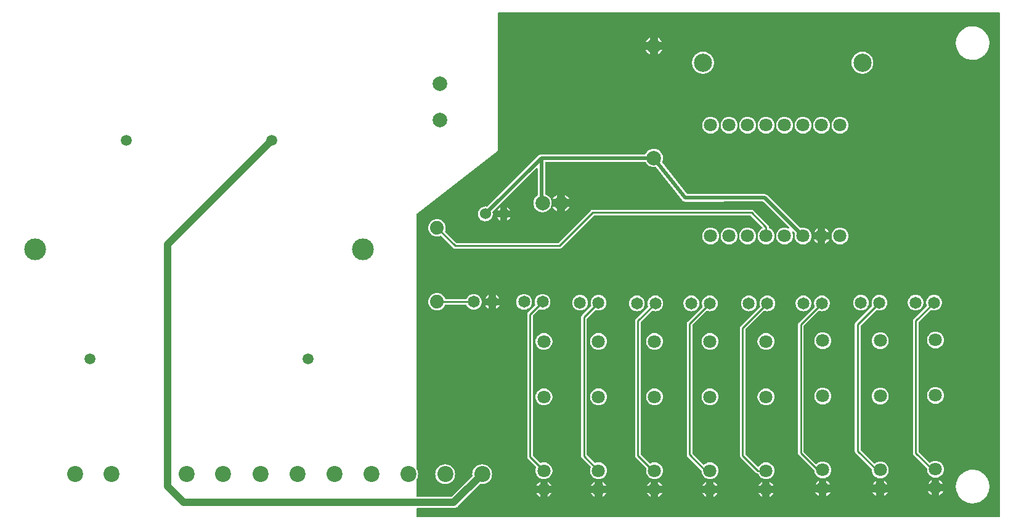
<source format=gbl>
G04 Layer: BottomLayer*
G04 EasyEDA v6.5.47, 2024-12-30 22:35:42*
G04 2db7030655034aad9c8ba42670310047,9c8959dc7a574dada6669a69c5c32939,10*
G04 Gerber Generator version 0.2*
G04 Scale: 100 percent, Rotated: No, Reflected: No *
G04 Dimensions in millimeters *
G04 leading zeros omitted , absolute positions ,4 integer and 5 decimal *
%FSLAX45Y45*%
%MOMM*%

%ADD10C,0.2540*%
%ADD11C,1.0000*%
%ADD12C,0.5000*%
%ADD13C,1.5240*%
%ADD14C,2.0000*%
%ADD15C,1.6500*%
%ADD16C,1.8796*%
%ADD17C,1.8000*%
%ADD18C,2.2000*%
%ADD19C,3.0000*%
%ADD20C,1.5000*%
%ADD21C,2.5000*%
%ADD22C,0.6200*%
%ADD23C,0.0164*%

%LPD*%
G36*
X5970168Y25908D02*
G01*
X5966256Y26670D01*
X5962954Y28905D01*
X5960770Y32156D01*
X5960008Y36068D01*
X5960008Y144068D01*
X5960770Y147929D01*
X5962954Y151231D01*
X5966256Y153466D01*
X5970168Y154228D01*
X6472783Y154279D01*
X6481622Y155092D01*
X6484061Y155498D01*
X6492697Y157632D01*
X6495034Y158394D01*
X6503263Y161798D01*
X6505448Y162915D01*
X6513068Y167538D01*
X6521907Y174599D01*
X6830364Y483006D01*
X6832803Y484784D01*
X6835698Y485800D01*
X6838746Y485901D01*
X6852107Y484327D01*
X6867906Y484327D01*
X6883603Y486156D01*
X6898944Y489813D01*
X6913829Y495198D01*
X6927951Y502310D01*
X6941159Y510997D01*
X6953250Y521157D01*
X6964070Y532638D01*
X6973519Y545338D01*
X6981444Y559003D01*
X6987692Y573532D01*
X6992213Y588670D01*
X6994956Y604215D01*
X6995871Y620014D01*
X6994956Y635762D01*
X6992213Y651357D01*
X6987692Y666496D01*
X6981444Y680974D01*
X6973519Y694690D01*
X6964070Y707339D01*
X6953250Y718820D01*
X6941159Y728980D01*
X6927951Y737666D01*
X6913829Y744778D01*
X6898944Y750163D01*
X6883603Y753821D01*
X6867906Y755650D01*
X6852107Y755650D01*
X6836409Y753821D01*
X6821017Y750163D01*
X6806184Y744778D01*
X6792061Y737666D01*
X6778853Y728980D01*
X6766763Y718820D01*
X6755892Y707339D01*
X6746443Y694690D01*
X6738569Y680974D01*
X6732320Y666496D01*
X6727748Y651357D01*
X6725005Y635762D01*
X6724091Y620014D01*
X6725005Y604215D01*
X6725869Y599338D01*
X6725920Y596087D01*
X6724954Y593039D01*
X6723075Y590397D01*
X6441694Y309016D01*
X6438392Y306781D01*
X6434480Y306019D01*
X5970168Y306019D01*
X5966256Y306781D01*
X5962954Y309016D01*
X5960770Y312318D01*
X5960008Y316179D01*
X5960008Y546862D01*
X5960313Y549503D01*
X5961329Y551942D01*
X5965444Y559003D01*
X5971692Y573532D01*
X5976213Y588670D01*
X5978956Y604215D01*
X5979871Y620014D01*
X5978956Y635762D01*
X5976213Y651357D01*
X5971692Y666496D01*
X5965444Y680974D01*
X5961329Y688035D01*
X5960313Y690524D01*
X5960008Y693115D01*
X5960008Y4195013D01*
X5960465Y4198061D01*
X5961786Y4200804D01*
X5963920Y4203039D01*
X7078878Y5069128D01*
X7079945Y5070957D01*
X7079996Y6963918D01*
X7080758Y6967829D01*
X7082942Y6971080D01*
X7086244Y6973316D01*
X7090156Y6974078D01*
X13963904Y6974078D01*
X13967815Y6973316D01*
X13971117Y6971080D01*
X13973301Y6967829D01*
X13974063Y6963918D01*
X13974063Y36068D01*
X13973301Y32156D01*
X13971066Y28905D01*
X13967815Y26670D01*
X13963904Y25908D01*
G37*

%LPC*%
G36*
X13605205Y219151D02*
G01*
X13626185Y220573D01*
X13646962Y223926D01*
X13667333Y229158D01*
X13687094Y236169D01*
X13706195Y245008D01*
X13724382Y255473D01*
X13741552Y267614D01*
X13757554Y281228D01*
X13772286Y296265D01*
X13785545Y312572D01*
X13797280Y330047D01*
X13807338Y348488D01*
X13815720Y367741D01*
X13822324Y387705D01*
X13827048Y408178D01*
X13829893Y429006D01*
X13830858Y449986D01*
X13829893Y471017D01*
X13827048Y491794D01*
X13822324Y512318D01*
X13815720Y532231D01*
X13807338Y551535D01*
X13797280Y569976D01*
X13785545Y587400D01*
X13772286Y603707D01*
X13757554Y618744D01*
X13741552Y632358D01*
X13724382Y644499D01*
X13706195Y655015D01*
X13687094Y663803D01*
X13667333Y670864D01*
X13646962Y676046D01*
X13626185Y679399D01*
X13605205Y680821D01*
X13584224Y680364D01*
X13563346Y677976D01*
X13542772Y673709D01*
X13522655Y667562D01*
X13503198Y659638D01*
X13484504Y649986D01*
X13466826Y638657D01*
X13450214Y625754D01*
X13434872Y611378D01*
X13420851Y595731D01*
X13408355Y578815D01*
X13397433Y560882D01*
X13388187Y541985D01*
X13380719Y522325D01*
X13375030Y502107D01*
X13371220Y481431D01*
X13369290Y460501D01*
X13369290Y439470D01*
X13371220Y418541D01*
X13375030Y397865D01*
X13380719Y377647D01*
X13388187Y357987D01*
X13397433Y339140D01*
X13408355Y321157D01*
X13420851Y304292D01*
X13434872Y288594D01*
X13450214Y274269D01*
X13466826Y261366D01*
X13484504Y250037D01*
X13503198Y240385D01*
X13522655Y232410D01*
X13542772Y226314D01*
X13563346Y222046D01*
X13584224Y219659D01*
G37*
G36*
X9178645Y310337D02*
G01*
X9178645Y362661D01*
X9126220Y362661D01*
X9132112Y351891D01*
X9140698Y340106D01*
X9150654Y329539D01*
X9161881Y320243D01*
X9174124Y312420D01*
G37*
G36*
X9938613Y310337D02*
G01*
X9938613Y362661D01*
X9886238Y362661D01*
X9892131Y351891D01*
X9900666Y340106D01*
X9910622Y329539D01*
X9921849Y320243D01*
X9934143Y312420D01*
G37*
G36*
X8408619Y310337D02*
G01*
X8408619Y362661D01*
X8356244Y362661D01*
X8362137Y351891D01*
X8370671Y340106D01*
X8380628Y329539D01*
X8391855Y320243D01*
X8404148Y312420D01*
G37*
G36*
X10811306Y310337D02*
G01*
X10815828Y312420D01*
X10828070Y320243D01*
X10839297Y329539D01*
X10849254Y340106D01*
X10857839Y351891D01*
X10863732Y362661D01*
X10811306Y362661D01*
G37*
G36*
X8511336Y310337D02*
G01*
X8515807Y312420D01*
X8528100Y320243D01*
X8539327Y329539D01*
X8549284Y340106D01*
X8557818Y351891D01*
X8563711Y362661D01*
X8511336Y362661D01*
G37*
G36*
X9281312Y310337D02*
G01*
X9285782Y312420D01*
X9298076Y320243D01*
X9309303Y329539D01*
X9319260Y340106D01*
X9327845Y351891D01*
X9333738Y362661D01*
X9281312Y362661D01*
G37*
G36*
X7761325Y310337D02*
G01*
X7765796Y312420D01*
X7778089Y320243D01*
X7789316Y329539D01*
X7799273Y340106D01*
X7807807Y351891D01*
X7813751Y362661D01*
X7761325Y362661D01*
G37*
G36*
X10708640Y310337D02*
G01*
X10708640Y362661D01*
X10656214Y362661D01*
X10662107Y351891D01*
X10670692Y340106D01*
X10680649Y329539D01*
X10691876Y320243D01*
X10704118Y312420D01*
G37*
G36*
X10041331Y310337D02*
G01*
X10045801Y312420D01*
X10058095Y320243D01*
X10069322Y329539D01*
X10079278Y340106D01*
X10087813Y351891D01*
X10093706Y362661D01*
X10041331Y362661D01*
G37*
G36*
X7658608Y310337D02*
G01*
X7658608Y362661D01*
X7606233Y362661D01*
X7612125Y351891D01*
X7620711Y340106D01*
X7630668Y329539D01*
X7641844Y320243D01*
X7654137Y312420D01*
G37*
G36*
X12381331Y320344D02*
G01*
X12385802Y322427D01*
X12398095Y330250D01*
X12409322Y339496D01*
X12419279Y350113D01*
X12427813Y361899D01*
X12433706Y372668D01*
X12381331Y372668D01*
G37*
G36*
X11591340Y320344D02*
G01*
X11595811Y322427D01*
X11608104Y330250D01*
X11619280Y339496D01*
X11629288Y350113D01*
X11637822Y361899D01*
X11643715Y372668D01*
X11591340Y372668D01*
G37*
G36*
X12278614Y320344D02*
G01*
X12278614Y372668D01*
X12226239Y372668D01*
X12232132Y361899D01*
X12240666Y350113D01*
X12250623Y339496D01*
X12261850Y330250D01*
X12274143Y322427D01*
G37*
G36*
X11488623Y320344D02*
G01*
X11488623Y372668D01*
X11436197Y372668D01*
X11442141Y361899D01*
X11450675Y350113D01*
X11460632Y339496D01*
X11471859Y330250D01*
X11484152Y322427D01*
G37*
G36*
X13141299Y330352D02*
G01*
X13145820Y332435D01*
X13158063Y340258D01*
X13169290Y349504D01*
X13179247Y360121D01*
X13187832Y371906D01*
X13193725Y382625D01*
X13141299Y382625D01*
G37*
G36*
X13038632Y330352D02*
G01*
X13038632Y382625D01*
X12986207Y382625D01*
X12992100Y371906D01*
X13000685Y360121D01*
X13010642Y349504D01*
X13021868Y340258D01*
X13034162Y332435D01*
G37*
G36*
X9126220Y465328D02*
G01*
X9178645Y465328D01*
X9178645Y517651D01*
X9174124Y515569D01*
X9161881Y507746D01*
X9150654Y498500D01*
X9140698Y487883D01*
X9132112Y476097D01*
G37*
G36*
X9886238Y465328D02*
G01*
X9938613Y465328D01*
X9938613Y517651D01*
X9934143Y515569D01*
X9921849Y507746D01*
X9910622Y498500D01*
X9900666Y487883D01*
X9892131Y476097D01*
G37*
G36*
X8356244Y465328D02*
G01*
X8408619Y465328D01*
X8408619Y517651D01*
X8404148Y515569D01*
X8391855Y507746D01*
X8380628Y498500D01*
X8370671Y487883D01*
X8362137Y476097D01*
G37*
G36*
X10811306Y465328D02*
G01*
X10863732Y465328D01*
X10857839Y476097D01*
X10849254Y487883D01*
X10839297Y498500D01*
X10828070Y507746D01*
X10815828Y515569D01*
X10811306Y517651D01*
G37*
G36*
X8511336Y465328D02*
G01*
X8563711Y465328D01*
X8557818Y476097D01*
X8549284Y487883D01*
X8539327Y498500D01*
X8528100Y507746D01*
X8515807Y515569D01*
X8511336Y517651D01*
G37*
G36*
X7606233Y465328D02*
G01*
X7658608Y465328D01*
X7658608Y517651D01*
X7654137Y515569D01*
X7641844Y507746D01*
X7630668Y498500D01*
X7620711Y487883D01*
X7612125Y476097D01*
G37*
G36*
X9281312Y465328D02*
G01*
X9333738Y465328D01*
X9327845Y476097D01*
X9319260Y487883D01*
X9309303Y498500D01*
X9298076Y507746D01*
X9285782Y515569D01*
X9281312Y517651D01*
G37*
G36*
X7761325Y465328D02*
G01*
X7813751Y465328D01*
X7807807Y476097D01*
X7799273Y487883D01*
X7789316Y498500D01*
X7778089Y507746D01*
X7765796Y515569D01*
X7761325Y517651D01*
G37*
G36*
X10656214Y465328D02*
G01*
X10708640Y465328D01*
X10708640Y517651D01*
X10704118Y515569D01*
X10691876Y507746D01*
X10680649Y498500D01*
X10670692Y487883D01*
X10662107Y476097D01*
G37*
G36*
X10041331Y465328D02*
G01*
X10093706Y465328D01*
X10087813Y476097D01*
X10079278Y487883D01*
X10069322Y498500D01*
X10058095Y507746D01*
X10045801Y515569D01*
X10041331Y517651D01*
G37*
G36*
X12381331Y475335D02*
G01*
X12433706Y475335D01*
X12427813Y486105D01*
X12419279Y497890D01*
X12409322Y508457D01*
X12398095Y517753D01*
X12385802Y525526D01*
X12381331Y527659D01*
G37*
G36*
X11436197Y475335D02*
G01*
X11488623Y475335D01*
X11488623Y527659D01*
X11484152Y525526D01*
X11471859Y517753D01*
X11460632Y508457D01*
X11450675Y497890D01*
X11442141Y486105D01*
G37*
G36*
X11591340Y475335D02*
G01*
X11643715Y475335D01*
X11637822Y486105D01*
X11629288Y497890D01*
X11619280Y508457D01*
X11608104Y517753D01*
X11595811Y525526D01*
X11591340Y527659D01*
G37*
G36*
X12226239Y475335D02*
G01*
X12278614Y475335D01*
X12278614Y527659D01*
X12274143Y525526D01*
X12261850Y517753D01*
X12250623Y508457D01*
X12240666Y497890D01*
X12232132Y486105D01*
G37*
G36*
X6344107Y484327D02*
G01*
X6359906Y484327D01*
X6375603Y486156D01*
X6390944Y489813D01*
X6405829Y495198D01*
X6419951Y502310D01*
X6433159Y510997D01*
X6445250Y521157D01*
X6456070Y532638D01*
X6465519Y545338D01*
X6473444Y559003D01*
X6479692Y573532D01*
X6484213Y588670D01*
X6486956Y604215D01*
X6487871Y620014D01*
X6486956Y635762D01*
X6484213Y651357D01*
X6479692Y666496D01*
X6473444Y680974D01*
X6465519Y694690D01*
X6456070Y707339D01*
X6445250Y718820D01*
X6433159Y728980D01*
X6419951Y737666D01*
X6405829Y744778D01*
X6390944Y750163D01*
X6375603Y753821D01*
X6359906Y755650D01*
X6344107Y755650D01*
X6328410Y753821D01*
X6313017Y750163D01*
X6298184Y744778D01*
X6284061Y737666D01*
X6270853Y728980D01*
X6258763Y718820D01*
X6247892Y707339D01*
X6238443Y694690D01*
X6230569Y680974D01*
X6224320Y666496D01*
X6219748Y651357D01*
X6217005Y635762D01*
X6216091Y620014D01*
X6217005Y604215D01*
X6219748Y588670D01*
X6224320Y573532D01*
X6230569Y559003D01*
X6238443Y545338D01*
X6247892Y532638D01*
X6258763Y521157D01*
X6270853Y510997D01*
X6284061Y502310D01*
X6298184Y495198D01*
X6313017Y489813D01*
X6328410Y486156D01*
G37*
G36*
X13141299Y485343D02*
G01*
X13193725Y485343D01*
X13187832Y496112D01*
X13179247Y507847D01*
X13169290Y518464D01*
X13158063Y527761D01*
X13145820Y535533D01*
X13141299Y537667D01*
G37*
G36*
X12986207Y485343D02*
G01*
X13038632Y485343D01*
X13038632Y537667D01*
X13034162Y535533D01*
X13021868Y527761D01*
X13010642Y518464D01*
X13000685Y507847D01*
X12992100Y496112D01*
G37*
G36*
X7709966Y552094D02*
G01*
X7724495Y553008D01*
X7738821Y555752D01*
X7752638Y560222D01*
X7765796Y566420D01*
X7778089Y574243D01*
X7789316Y583539D01*
X7799273Y594106D01*
X7807807Y605891D01*
X7814818Y618642D01*
X7820202Y632206D01*
X7823809Y646277D01*
X7825638Y660704D01*
X7825638Y675284D01*
X7823809Y689711D01*
X7820202Y703783D01*
X7814818Y717346D01*
X7807807Y730097D01*
X7799273Y741883D01*
X7789316Y752500D01*
X7778089Y761746D01*
X7765796Y769569D01*
X7752638Y775766D01*
X7738821Y780237D01*
X7724495Y782980D01*
X7709966Y783894D01*
X7695438Y782980D01*
X7681163Y780237D01*
X7667294Y775766D01*
X7662621Y774446D01*
X7658557Y775157D01*
X7655102Y777443D01*
X7559497Y873048D01*
X7557262Y876350D01*
X7556500Y880262D01*
X7556500Y2797911D01*
X7557262Y2801823D01*
X7559497Y2805074D01*
X7640929Y2886456D01*
X7644028Y2888538D01*
X7647686Y2889402D01*
X7651394Y2888894D01*
X7661909Y2885287D01*
X7675829Y2882544D01*
X7689951Y2881630D01*
X7704124Y2882544D01*
X7718044Y2885287D01*
X7731455Y2889859D01*
X7744155Y2896108D01*
X7755940Y2903982D01*
X7766608Y2913329D01*
X7775956Y2923997D01*
X7783830Y2935782D01*
X7790129Y2948533D01*
X7794650Y2961944D01*
X7797444Y2975864D01*
X7798358Y2989986D01*
X7797444Y3004159D01*
X7794650Y3018028D01*
X7790129Y3031490D01*
X7783830Y3044190D01*
X7775956Y3055975D01*
X7766608Y3066643D01*
X7755940Y3075990D01*
X7744155Y3083864D01*
X7731455Y3090113D01*
X7718044Y3094685D01*
X7704124Y3097428D01*
X7689951Y3098393D01*
X7675829Y3097428D01*
X7661909Y3094685D01*
X7648498Y3090113D01*
X7635798Y3083864D01*
X7624013Y3075990D01*
X7613345Y3066643D01*
X7603998Y3055975D01*
X7596124Y3044190D01*
X7589824Y3031490D01*
X7585303Y3018028D01*
X7582509Y3004159D01*
X7581595Y2989986D01*
X7582509Y2975864D01*
X7585303Y2961944D01*
X7588808Y2951530D01*
X7589367Y2947822D01*
X7588503Y2944164D01*
X7586370Y2941066D01*
X7490968Y2845816D01*
X7485837Y2839567D01*
X7482281Y2832912D01*
X7480096Y2825699D01*
X7479284Y2817672D01*
X7479284Y860552D01*
X7480096Y852525D01*
X7482281Y845312D01*
X7485837Y838606D01*
X7490968Y832408D01*
X7600645Y722680D01*
X7602829Y719429D01*
X7603642Y715619D01*
X7602931Y711758D01*
X7599781Y703783D01*
X7596124Y689711D01*
X7594295Y675284D01*
X7594295Y660704D01*
X7596124Y646277D01*
X7599781Y632206D01*
X7605115Y618642D01*
X7612125Y605891D01*
X7620711Y594106D01*
X7630668Y583539D01*
X7641844Y574243D01*
X7654137Y566420D01*
X7667294Y560222D01*
X7681163Y555752D01*
X7695438Y553008D01*
G37*
G36*
X8459978Y552094D02*
G01*
X8474506Y553008D01*
X8488781Y555752D01*
X8502650Y560222D01*
X8515807Y566420D01*
X8528100Y574243D01*
X8539327Y583539D01*
X8549284Y594106D01*
X8557818Y605891D01*
X8564829Y618642D01*
X8570214Y632206D01*
X8573820Y646277D01*
X8575649Y660704D01*
X8575649Y675284D01*
X8573820Y689711D01*
X8570214Y703783D01*
X8564829Y717346D01*
X8557818Y730097D01*
X8549284Y741883D01*
X8539327Y752500D01*
X8528100Y761746D01*
X8515807Y769569D01*
X8502650Y775766D01*
X8488781Y780237D01*
X8474506Y782980D01*
X8459978Y783894D01*
X8445449Y782980D01*
X8431174Y780237D01*
X8417306Y775766D01*
X8412632Y774496D01*
X8408568Y775157D01*
X8405164Y777443D01*
X8301532Y881024D01*
X8299348Y884326D01*
X8298586Y888237D01*
X8298586Y2759811D01*
X8299348Y2763672D01*
X8301532Y2766974D01*
X8411006Y2876397D01*
X8414105Y2878531D01*
X8417712Y2879394D01*
X8421420Y2878836D01*
X8431936Y2875280D01*
X8445804Y2872536D01*
X8459978Y2871622D01*
X8474100Y2872536D01*
X8488019Y2875280D01*
X8501430Y2879852D01*
X8514181Y2886151D01*
X8525967Y2894025D01*
X8536635Y2903372D01*
X8545982Y2913989D01*
X8553856Y2925826D01*
X8560104Y2938526D01*
X8564676Y2951937D01*
X8567420Y2965856D01*
X8568334Y2979978D01*
X8567420Y2994152D01*
X8564676Y3008071D01*
X8560104Y3021482D01*
X8553856Y3034182D01*
X8545982Y3045968D01*
X8536635Y3056636D01*
X8525967Y3065983D01*
X8514181Y3073857D01*
X8501430Y3080105D01*
X8488019Y3084677D01*
X8474100Y3087471D01*
X8459978Y3088386D01*
X8445804Y3087471D01*
X8431936Y3084677D01*
X8418474Y3080105D01*
X8405774Y3073857D01*
X8393988Y3065983D01*
X8383320Y3056636D01*
X8373973Y3045968D01*
X8366099Y3034182D01*
X8359851Y3021482D01*
X8355279Y3008071D01*
X8352536Y2994152D01*
X8351570Y2979978D01*
X8352536Y2965856D01*
X8355279Y2951937D01*
X8358835Y2941472D01*
X8359343Y2937764D01*
X8358530Y2934106D01*
X8356396Y2931007D01*
X8233003Y2807665D01*
X8227923Y2801416D01*
X8224367Y2794762D01*
X8222132Y2787497D01*
X8221370Y2779471D01*
X8221370Y868527D01*
X8222132Y860501D01*
X8224367Y853236D01*
X8227923Y846582D01*
X8233003Y840384D01*
X8350656Y722731D01*
X8352840Y719480D01*
X8353653Y715619D01*
X8352942Y711809D01*
X8349742Y703783D01*
X8346135Y689711D01*
X8344306Y675284D01*
X8344306Y660704D01*
X8346135Y646277D01*
X8349742Y632206D01*
X8355126Y618642D01*
X8362137Y605891D01*
X8370671Y594106D01*
X8380628Y583539D01*
X8391855Y574243D01*
X8404148Y566420D01*
X8417306Y560222D01*
X8431174Y555752D01*
X8445449Y553008D01*
G37*
G36*
X9229953Y552094D02*
G01*
X9244482Y553008D01*
X9258808Y555752D01*
X9272625Y560222D01*
X9285782Y566420D01*
X9298076Y574243D01*
X9309303Y583539D01*
X9319260Y594106D01*
X9327845Y605891D01*
X9334855Y618642D01*
X9340189Y632206D01*
X9343796Y646277D01*
X9345625Y660704D01*
X9345625Y675284D01*
X9343796Y689711D01*
X9340189Y703783D01*
X9334855Y717346D01*
X9327845Y730097D01*
X9319260Y741883D01*
X9309303Y752500D01*
X9298076Y761746D01*
X9285782Y769569D01*
X9272625Y775766D01*
X9258808Y780237D01*
X9244482Y782980D01*
X9229953Y783894D01*
X9215475Y782980D01*
X9201150Y780237D01*
X9187332Y775766D01*
X9174378Y769670D01*
X9170416Y768705D01*
X9166352Y769416D01*
X9162897Y771702D01*
X9041536Y893013D01*
X9039352Y896315D01*
X9038590Y900176D01*
X9038590Y2709773D01*
X9039352Y2713685D01*
X9041536Y2716987D01*
X9190990Y2866440D01*
X9194088Y2868523D01*
X9197746Y2869387D01*
X9201454Y2868879D01*
X9211919Y2865323D01*
X9225838Y2862529D01*
X9239961Y2861614D01*
X9254134Y2862529D01*
X9268002Y2865323D01*
X9281464Y2869844D01*
X9294164Y2876143D01*
X9305950Y2884017D01*
X9316618Y2893364D01*
X9325965Y2904032D01*
X9333839Y2915818D01*
X9340088Y2928518D01*
X9344660Y2941929D01*
X9347454Y2955848D01*
X9348368Y2969971D01*
X9347454Y2984144D01*
X9344660Y2998063D01*
X9340088Y3011474D01*
X9333839Y3024174D01*
X9325965Y3035960D01*
X9316618Y3046628D01*
X9305950Y3055975D01*
X9294164Y3063849D01*
X9281464Y3070148D01*
X9268002Y3074670D01*
X9254134Y3077464D01*
X9239961Y3078378D01*
X9225838Y3077464D01*
X9211919Y3074670D01*
X9198508Y3070148D01*
X9185757Y3063849D01*
X9173972Y3055975D01*
X9163354Y3046628D01*
X9154007Y3035960D01*
X9146082Y3024174D01*
X9139834Y3011474D01*
X9135262Y2998063D01*
X9132519Y2984144D01*
X9131604Y2969971D01*
X9132519Y2955848D01*
X9135262Y2941929D01*
X9138818Y2931464D01*
X9139377Y2927756D01*
X9138513Y2924098D01*
X9136380Y2921000D01*
X8973007Y2757627D01*
X8967927Y2751429D01*
X8964320Y2744724D01*
X8962136Y2737510D01*
X8961374Y2729484D01*
X8961374Y880516D01*
X8962136Y872490D01*
X8964320Y865225D01*
X8967927Y858570D01*
X8973007Y852322D01*
X9116009Y709320D01*
X9118041Y706475D01*
X9118955Y703122D01*
X9118701Y699617D01*
X9116161Y689711D01*
X9114332Y675284D01*
X9114332Y660704D01*
X9116161Y646277D01*
X9119768Y632206D01*
X9125102Y618642D01*
X9132112Y605891D01*
X9140698Y594106D01*
X9150654Y583539D01*
X9161881Y574243D01*
X9174124Y566420D01*
X9187332Y560222D01*
X9201150Y555752D01*
X9215475Y553008D01*
G37*
G36*
X9989972Y552094D02*
G01*
X10004501Y553008D01*
X10018776Y555752D01*
X10032644Y560222D01*
X10045801Y566420D01*
X10058095Y574243D01*
X10069322Y583539D01*
X10079278Y594106D01*
X10087813Y605891D01*
X10094823Y618642D01*
X10100208Y632206D01*
X10103815Y646277D01*
X10105644Y660704D01*
X10105644Y675284D01*
X10103815Y689711D01*
X10100208Y703783D01*
X10094823Y717346D01*
X10087813Y730097D01*
X10079278Y741883D01*
X10069322Y752500D01*
X10058095Y761746D01*
X10045801Y769569D01*
X10032644Y775766D01*
X10018776Y780237D01*
X10004501Y782980D01*
X9989972Y783894D01*
X9975443Y782980D01*
X9961168Y780237D01*
X9947300Y775766D01*
X9934143Y769569D01*
X9921849Y761746D01*
X9913112Y754481D01*
X9909810Y752703D01*
X9906152Y752195D01*
X9902494Y753008D01*
X9899446Y755142D01*
X9751568Y903020D01*
X9749332Y906322D01*
X9748570Y910183D01*
X9748570Y2669794D01*
X9749332Y2673654D01*
X9751568Y2676956D01*
X9941001Y2866440D01*
X9944100Y2868523D01*
X9947757Y2869387D01*
X9951466Y2868879D01*
X9961930Y2865323D01*
X9975799Y2862529D01*
X9989972Y2861614D01*
X10004094Y2862529D01*
X10018014Y2865323D01*
X10031425Y2869844D01*
X10044176Y2876143D01*
X10055961Y2884017D01*
X10066629Y2893364D01*
X10075976Y2904032D01*
X10083850Y2915818D01*
X10090099Y2928518D01*
X10094671Y2941929D01*
X10097414Y2955848D01*
X10098379Y2969971D01*
X10097414Y2984144D01*
X10094671Y2998063D01*
X10090099Y3011474D01*
X10083850Y3024174D01*
X10075976Y3035960D01*
X10066629Y3046628D01*
X10055961Y3055975D01*
X10044176Y3063849D01*
X10031425Y3070148D01*
X10018014Y3074670D01*
X10004094Y3077464D01*
X9989972Y3078378D01*
X9975799Y3077464D01*
X9961930Y3074670D01*
X9948468Y3070148D01*
X9935768Y3063849D01*
X9923983Y3055975D01*
X9913315Y3046628D01*
X9903968Y3035960D01*
X9896094Y3024174D01*
X9889845Y3011474D01*
X9885273Y2998063D01*
X9882530Y2984144D01*
X9881565Y2969971D01*
X9882530Y2955848D01*
X9885273Y2941929D01*
X9888829Y2931464D01*
X9889388Y2927756D01*
X9888524Y2924098D01*
X9886391Y2921000D01*
X9683038Y2717647D01*
X9677908Y2711399D01*
X9674352Y2704744D01*
X9672167Y2697530D01*
X9671354Y2689504D01*
X9671354Y890473D01*
X9672167Y882497D01*
X9674352Y875233D01*
X9677908Y868578D01*
X9683038Y862330D01*
X9871354Y674014D01*
X9873538Y670712D01*
X9874300Y666851D01*
X9874300Y660704D01*
X9876129Y646277D01*
X9879736Y632206D01*
X9885121Y618642D01*
X9892131Y605891D01*
X9900666Y594106D01*
X9910622Y583539D01*
X9921849Y574243D01*
X9934143Y566420D01*
X9947300Y560222D01*
X9961168Y555752D01*
X9975443Y553008D01*
G37*
G36*
X10759998Y552094D02*
G01*
X10774476Y553008D01*
X10788802Y555752D01*
X10802620Y560222D01*
X10815828Y566420D01*
X10828070Y574243D01*
X10839297Y583539D01*
X10849254Y594106D01*
X10857839Y605891D01*
X10864850Y618642D01*
X10870184Y632206D01*
X10873790Y646277D01*
X10875619Y660704D01*
X10875619Y675284D01*
X10873790Y689711D01*
X10870184Y703783D01*
X10864850Y717346D01*
X10857839Y730097D01*
X10849254Y741883D01*
X10839297Y752500D01*
X10828070Y761746D01*
X10815828Y769569D01*
X10802620Y775766D01*
X10788802Y780237D01*
X10774476Y782980D01*
X10759998Y783894D01*
X10745470Y782980D01*
X10731144Y780237D01*
X10717326Y775766D01*
X10704118Y769569D01*
X10691876Y761746D01*
X10680649Y752500D01*
X10670692Y741883D01*
X10661700Y729488D01*
X10658449Y726592D01*
X10654284Y725322D01*
X10649966Y725932D01*
X10646308Y728268D01*
X10481564Y893013D01*
X10479328Y896315D01*
X10478566Y900176D01*
X10478566Y2609799D01*
X10479328Y2613710D01*
X10481564Y2617012D01*
X10730992Y2866440D01*
X10734090Y2868523D01*
X10737748Y2869387D01*
X10741456Y2868879D01*
X10751921Y2865323D01*
X10765840Y2862529D01*
X10779963Y2861614D01*
X10794136Y2862529D01*
X10808004Y2865323D01*
X10821466Y2869844D01*
X10834166Y2876143D01*
X10845952Y2884017D01*
X10856620Y2893364D01*
X10865967Y2904032D01*
X10873841Y2915818D01*
X10880090Y2928518D01*
X10884662Y2941929D01*
X10887405Y2955848D01*
X10888370Y2969971D01*
X10887405Y2984144D01*
X10884662Y2998063D01*
X10880090Y3011474D01*
X10873841Y3024174D01*
X10865967Y3035960D01*
X10856620Y3046628D01*
X10845952Y3055975D01*
X10834166Y3063849D01*
X10821466Y3070148D01*
X10808004Y3074670D01*
X10794136Y3077464D01*
X10779963Y3078378D01*
X10765840Y3077464D01*
X10751921Y3074670D01*
X10738510Y3070148D01*
X10725759Y3063849D01*
X10713974Y3055975D01*
X10703306Y3046628D01*
X10693958Y3035960D01*
X10686084Y3024174D01*
X10679836Y3011474D01*
X10675264Y2998063D01*
X10672521Y2984144D01*
X10671606Y2969971D01*
X10672521Y2955848D01*
X10675264Y2941929D01*
X10678820Y2931464D01*
X10679379Y2927756D01*
X10678515Y2924098D01*
X10676382Y2921050D01*
X10413034Y2657652D01*
X10407904Y2651404D01*
X10404348Y2644749D01*
X10402163Y2637536D01*
X10401350Y2629509D01*
X10401350Y880516D01*
X10402163Y872490D01*
X10404348Y865225D01*
X10407904Y858570D01*
X10413034Y852322D01*
X10624312Y641045D01*
X10630509Y635965D01*
X10637215Y632409D01*
X10648188Y629158D01*
X10651134Y626922D01*
X10653064Y623824D01*
X10655096Y618642D01*
X10662107Y605891D01*
X10670692Y594106D01*
X10680649Y583539D01*
X10691876Y574243D01*
X10704118Y566420D01*
X10717326Y560222D01*
X10731144Y555752D01*
X10745470Y553008D01*
G37*
G36*
X11539982Y562102D02*
G01*
X11554510Y563016D01*
X11568785Y565759D01*
X11582654Y570230D01*
X11595811Y576427D01*
X11608104Y584250D01*
X11619280Y593496D01*
X11629288Y604113D01*
X11637822Y615899D01*
X11644833Y628650D01*
X11650167Y642162D01*
X11653824Y656285D01*
X11655653Y670712D01*
X11655653Y685292D01*
X11653824Y699719D01*
X11650167Y713790D01*
X11644833Y727354D01*
X11637822Y740105D01*
X11629288Y751890D01*
X11619280Y762457D01*
X11608104Y771753D01*
X11595811Y779526D01*
X11582654Y785723D01*
X11568785Y790244D01*
X11554510Y792988D01*
X11539982Y793902D01*
X11525453Y792988D01*
X11511127Y790244D01*
X11497310Y785723D01*
X11484152Y779526D01*
X11471859Y771753D01*
X11460632Y762457D01*
X11458854Y760577D01*
X11455552Y758240D01*
X11451590Y757326D01*
X11447627Y758088D01*
X11444224Y760323D01*
X11281562Y923036D01*
X11279327Y926287D01*
X11278565Y930198D01*
X11278565Y2659786D01*
X11279327Y2663698D01*
X11281562Y2667000D01*
X11481003Y2866440D01*
X11484102Y2868523D01*
X11487708Y2869387D01*
X11491417Y2868879D01*
X11501932Y2865323D01*
X11515801Y2862529D01*
X11529974Y2861614D01*
X11544096Y2862529D01*
X11558016Y2865323D01*
X11571427Y2869844D01*
X11584178Y2876143D01*
X11595963Y2884017D01*
X11606631Y2893364D01*
X11615978Y2904032D01*
X11623852Y2915818D01*
X11630101Y2928518D01*
X11634673Y2941929D01*
X11637416Y2955848D01*
X11638330Y2969971D01*
X11637416Y2984144D01*
X11634673Y2998063D01*
X11630101Y3011474D01*
X11623852Y3024174D01*
X11615978Y3035960D01*
X11606631Y3046628D01*
X11595963Y3055975D01*
X11584178Y3063849D01*
X11571427Y3070148D01*
X11558016Y3074670D01*
X11544096Y3077464D01*
X11529974Y3078378D01*
X11515801Y3077464D01*
X11501932Y3074670D01*
X11488470Y3070148D01*
X11475770Y3063849D01*
X11463985Y3055975D01*
X11453317Y3046628D01*
X11443970Y3035960D01*
X11436096Y3024174D01*
X11429847Y3011474D01*
X11425275Y2998063D01*
X11422532Y2984144D01*
X11421567Y2969971D01*
X11422532Y2955848D01*
X11425275Y2941929D01*
X11428831Y2931464D01*
X11429339Y2927756D01*
X11428526Y2924098D01*
X11426393Y2921050D01*
X11213033Y2707640D01*
X11207902Y2701442D01*
X11204346Y2694736D01*
X11202162Y2687523D01*
X11201349Y2679496D01*
X11201349Y910488D01*
X11202162Y902462D01*
X11204346Y895248D01*
X11207902Y888593D01*
X11213033Y882345D01*
X11421821Y673557D01*
X11423751Y670864D01*
X11424716Y667664D01*
X11426139Y656285D01*
X11429746Y642162D01*
X11435130Y628650D01*
X11442141Y615899D01*
X11450675Y604113D01*
X11460632Y593496D01*
X11471859Y584250D01*
X11484152Y576427D01*
X11497310Y570230D01*
X11511127Y565759D01*
X11525453Y563016D01*
G37*
G36*
X12329972Y562102D02*
G01*
X12344501Y563016D01*
X12358776Y565759D01*
X12372644Y570230D01*
X12385802Y576427D01*
X12398095Y584250D01*
X12409322Y593496D01*
X12419279Y604113D01*
X12427813Y615899D01*
X12434824Y628650D01*
X12440208Y642162D01*
X12443815Y656285D01*
X12445644Y670712D01*
X12445644Y685292D01*
X12443815Y699719D01*
X12440208Y713790D01*
X12434824Y727354D01*
X12427813Y740105D01*
X12419279Y751890D01*
X12409322Y762457D01*
X12398095Y771753D01*
X12385802Y779526D01*
X12372644Y785723D01*
X12358776Y790244D01*
X12344501Y792988D01*
X12329972Y793902D01*
X12315444Y792988D01*
X12301169Y790244D01*
X12287300Y785723D01*
X12274143Y779526D01*
X12261850Y771753D01*
X12258548Y769010D01*
X12255296Y767232D01*
X12251588Y766724D01*
X12247981Y767537D01*
X12244882Y769670D01*
X12061545Y953008D01*
X12059361Y956310D01*
X12058548Y960221D01*
X12058548Y2659786D01*
X12059361Y2663698D01*
X12061545Y2667000D01*
X12270994Y2876397D01*
X12274092Y2878531D01*
X12277750Y2879394D01*
X12281458Y2878836D01*
X12291923Y2875280D01*
X12305842Y2872536D01*
X12319965Y2871622D01*
X12334087Y2872536D01*
X12348006Y2875280D01*
X12361418Y2879852D01*
X12374168Y2886151D01*
X12385954Y2894025D01*
X12396622Y2903372D01*
X12405969Y2913989D01*
X12413843Y2925826D01*
X12420092Y2938526D01*
X12424664Y2951937D01*
X12427407Y2965856D01*
X12428372Y2979978D01*
X12427407Y2994152D01*
X12424664Y3008071D01*
X12420092Y3021482D01*
X12413843Y3034182D01*
X12405969Y3045968D01*
X12396622Y3056636D01*
X12385954Y3065983D01*
X12374168Y3073857D01*
X12361418Y3080105D01*
X12348006Y3084677D01*
X12334087Y3087471D01*
X12319965Y3088386D01*
X12305842Y3087471D01*
X12291923Y3084677D01*
X12278512Y3080105D01*
X12265761Y3073857D01*
X12253976Y3065983D01*
X12243308Y3056636D01*
X12233960Y3045968D01*
X12226086Y3034182D01*
X12219838Y3021482D01*
X12215266Y3008071D01*
X12212523Y2994152D01*
X12211558Y2979978D01*
X12212523Y2965856D01*
X12215266Y2951937D01*
X12218822Y2941472D01*
X12219381Y2937764D01*
X12218517Y2934106D01*
X12216384Y2931007D01*
X11993016Y2707640D01*
X11987885Y2701442D01*
X11984329Y2694736D01*
X11982145Y2687523D01*
X11981332Y2679496D01*
X11981332Y940511D01*
X11982145Y932484D01*
X11984329Y925220D01*
X11987885Y918565D01*
X11993016Y912368D01*
X12211456Y693928D01*
X12213285Y691438D01*
X12214250Y688543D01*
X12214301Y670712D01*
X12216130Y656285D01*
X12219736Y642162D01*
X12225121Y628650D01*
X12232132Y615899D01*
X12240666Y604113D01*
X12250623Y593496D01*
X12261850Y584250D01*
X12274143Y576427D01*
X12287300Y570230D01*
X12301169Y565759D01*
X12315444Y563016D01*
G37*
G36*
X13089991Y572109D02*
G01*
X13104469Y573024D01*
X13118795Y575767D01*
X13132612Y580237D01*
X13145820Y586435D01*
X13158063Y594258D01*
X13169290Y603504D01*
X13179247Y614121D01*
X13187832Y625906D01*
X13194842Y638657D01*
X13200176Y652170D01*
X13203783Y666292D01*
X13205612Y680720D01*
X13205612Y695248D01*
X13203783Y709726D01*
X13200176Y723798D01*
X13194842Y737362D01*
X13187832Y750112D01*
X13179247Y761847D01*
X13169290Y772464D01*
X13158063Y781761D01*
X13145820Y789533D01*
X13132612Y795731D01*
X13118795Y800252D01*
X13104469Y802995D01*
X13089991Y803910D01*
X13075462Y802995D01*
X13061137Y800252D01*
X13047319Y795731D01*
X13034162Y789533D01*
X13021868Y781761D01*
X13018566Y779018D01*
X13015315Y777240D01*
X13011607Y776681D01*
X13007949Y777544D01*
X13004901Y779678D01*
X12861544Y923036D01*
X12859359Y926287D01*
X12858546Y930198D01*
X12858546Y2709773D01*
X12859359Y2713685D01*
X12861544Y2716987D01*
X13021005Y2876397D01*
X13024104Y2878531D01*
X13027710Y2879394D01*
X13031419Y2878836D01*
X13041934Y2875280D01*
X13055803Y2872536D01*
X13069976Y2871622D01*
X13084098Y2872536D01*
X13098018Y2875280D01*
X13111429Y2879852D01*
X13124180Y2886151D01*
X13135965Y2894025D01*
X13146582Y2903372D01*
X13155930Y2913989D01*
X13163804Y2925826D01*
X13170103Y2938526D01*
X13174675Y2951937D01*
X13177418Y2965856D01*
X13178332Y2979978D01*
X13177418Y2994152D01*
X13174675Y3008071D01*
X13170103Y3021482D01*
X13163804Y3034182D01*
X13155930Y3045968D01*
X13146582Y3056636D01*
X13135965Y3065983D01*
X13124180Y3073857D01*
X13111429Y3080105D01*
X13098018Y3084677D01*
X13084098Y3087471D01*
X13069976Y3088386D01*
X13055803Y3087471D01*
X13041934Y3084677D01*
X13028472Y3080105D01*
X13015772Y3073857D01*
X13003987Y3065983D01*
X12993319Y3056636D01*
X12983972Y3045968D01*
X12976098Y3034182D01*
X12969849Y3021482D01*
X12965277Y3008071D01*
X12962483Y2994152D01*
X12961569Y2979978D01*
X12962483Y2965856D01*
X12965277Y2951937D01*
X12968833Y2941472D01*
X12969341Y2937764D01*
X12968528Y2934106D01*
X12966395Y2931007D01*
X12793014Y2757627D01*
X12787884Y2751429D01*
X12784328Y2744724D01*
X12782143Y2737510D01*
X12781330Y2729484D01*
X12781330Y910488D01*
X12782143Y902462D01*
X12784328Y895248D01*
X12787884Y888593D01*
X12793014Y882345D01*
X12971424Y703935D01*
X12973253Y701446D01*
X12974269Y698550D01*
X12974320Y680720D01*
X12976148Y666292D01*
X12979755Y652170D01*
X12985089Y638657D01*
X12992100Y625906D01*
X13000685Y614121D01*
X13010642Y603504D01*
X13021868Y594258D01*
X13034162Y586435D01*
X13047319Y580237D01*
X13061137Y575767D01*
X13075462Y573024D01*
G37*
G36*
X9229953Y1568094D02*
G01*
X9244482Y1569008D01*
X9258808Y1571752D01*
X9272625Y1576222D01*
X9285782Y1582420D01*
X9298076Y1590243D01*
X9309303Y1599539D01*
X9319260Y1610106D01*
X9327845Y1621891D01*
X9334855Y1634642D01*
X9340189Y1648206D01*
X9343796Y1662277D01*
X9345625Y1676704D01*
X9345625Y1691284D01*
X9343796Y1705711D01*
X9340189Y1719783D01*
X9334855Y1733346D01*
X9327845Y1746097D01*
X9319260Y1757883D01*
X9309303Y1768500D01*
X9298076Y1777746D01*
X9285782Y1785569D01*
X9272625Y1791766D01*
X9258808Y1796237D01*
X9244482Y1798980D01*
X9229953Y1799894D01*
X9215475Y1798980D01*
X9201150Y1796237D01*
X9187332Y1791766D01*
X9174124Y1785569D01*
X9161881Y1777746D01*
X9150654Y1768500D01*
X9140698Y1757883D01*
X9132112Y1746097D01*
X9125102Y1733346D01*
X9119768Y1719783D01*
X9116161Y1705711D01*
X9114332Y1691284D01*
X9114332Y1676704D01*
X9116161Y1662277D01*
X9119768Y1648206D01*
X9125102Y1634642D01*
X9132112Y1621891D01*
X9140698Y1610106D01*
X9150654Y1599539D01*
X9161881Y1590243D01*
X9174124Y1582420D01*
X9187332Y1576222D01*
X9201150Y1571752D01*
X9215475Y1569008D01*
G37*
G36*
X7709966Y1568094D02*
G01*
X7724495Y1569008D01*
X7738821Y1571752D01*
X7752638Y1576222D01*
X7765796Y1582420D01*
X7778089Y1590243D01*
X7789316Y1599539D01*
X7799273Y1610106D01*
X7807807Y1621891D01*
X7814818Y1634642D01*
X7820202Y1648206D01*
X7823809Y1662277D01*
X7825638Y1676704D01*
X7825638Y1691284D01*
X7823809Y1705711D01*
X7820202Y1719783D01*
X7814818Y1733346D01*
X7807807Y1746097D01*
X7799273Y1757883D01*
X7789316Y1768500D01*
X7778089Y1777746D01*
X7765796Y1785569D01*
X7752638Y1791766D01*
X7738821Y1796237D01*
X7724495Y1798980D01*
X7709966Y1799894D01*
X7695438Y1798980D01*
X7681163Y1796237D01*
X7667294Y1791766D01*
X7654137Y1785569D01*
X7641844Y1777746D01*
X7630668Y1768500D01*
X7620711Y1757883D01*
X7612125Y1746097D01*
X7605115Y1733346D01*
X7599781Y1719783D01*
X7596124Y1705711D01*
X7594295Y1691284D01*
X7594295Y1676704D01*
X7596124Y1662277D01*
X7599781Y1648206D01*
X7605115Y1634642D01*
X7612125Y1621891D01*
X7620711Y1610106D01*
X7630668Y1599539D01*
X7641844Y1590243D01*
X7654137Y1582420D01*
X7667294Y1576222D01*
X7681163Y1571752D01*
X7695438Y1569008D01*
G37*
G36*
X8459978Y1568094D02*
G01*
X8474506Y1569008D01*
X8488781Y1571752D01*
X8502650Y1576222D01*
X8515807Y1582420D01*
X8528100Y1590243D01*
X8539327Y1599539D01*
X8549284Y1610106D01*
X8557818Y1621891D01*
X8564829Y1634642D01*
X8570214Y1648206D01*
X8573820Y1662277D01*
X8575649Y1676704D01*
X8575649Y1691284D01*
X8573820Y1705711D01*
X8570214Y1719783D01*
X8564829Y1733346D01*
X8557818Y1746097D01*
X8549284Y1757883D01*
X8539327Y1768500D01*
X8528100Y1777746D01*
X8515807Y1785569D01*
X8502650Y1791766D01*
X8488781Y1796237D01*
X8474506Y1798980D01*
X8459978Y1799894D01*
X8445449Y1798980D01*
X8431174Y1796237D01*
X8417306Y1791766D01*
X8404148Y1785569D01*
X8391855Y1777746D01*
X8380628Y1768500D01*
X8370671Y1757883D01*
X8362137Y1746097D01*
X8355126Y1733346D01*
X8349742Y1719783D01*
X8346135Y1705711D01*
X8344306Y1691284D01*
X8344306Y1676704D01*
X8346135Y1662277D01*
X8349742Y1648206D01*
X8355126Y1634642D01*
X8362137Y1621891D01*
X8370671Y1610106D01*
X8380628Y1599539D01*
X8391855Y1590243D01*
X8404148Y1582420D01*
X8417306Y1576222D01*
X8431174Y1571752D01*
X8445449Y1569008D01*
G37*
G36*
X10759998Y1568094D02*
G01*
X10774476Y1569008D01*
X10788802Y1571752D01*
X10802620Y1576222D01*
X10815828Y1582420D01*
X10828070Y1590243D01*
X10839297Y1599539D01*
X10849254Y1610106D01*
X10857839Y1621891D01*
X10864850Y1634642D01*
X10870184Y1648206D01*
X10873790Y1662277D01*
X10875619Y1676704D01*
X10875619Y1691284D01*
X10873790Y1705711D01*
X10870184Y1719783D01*
X10864850Y1733346D01*
X10857839Y1746097D01*
X10849254Y1757883D01*
X10839297Y1768500D01*
X10828070Y1777746D01*
X10815828Y1785569D01*
X10802620Y1791766D01*
X10788802Y1796237D01*
X10774476Y1798980D01*
X10759998Y1799894D01*
X10745470Y1798980D01*
X10731144Y1796237D01*
X10717326Y1791766D01*
X10704118Y1785569D01*
X10691876Y1777746D01*
X10680649Y1768500D01*
X10670692Y1757883D01*
X10662107Y1746097D01*
X10655096Y1733346D01*
X10649762Y1719783D01*
X10646156Y1705711D01*
X10644327Y1691284D01*
X10644327Y1676704D01*
X10646156Y1662277D01*
X10649762Y1648206D01*
X10655096Y1634642D01*
X10662107Y1621891D01*
X10670692Y1610106D01*
X10680649Y1599539D01*
X10691876Y1590243D01*
X10704118Y1582420D01*
X10717326Y1576222D01*
X10731144Y1571752D01*
X10745470Y1569008D01*
G37*
G36*
X9989972Y1568094D02*
G01*
X10004501Y1569008D01*
X10018776Y1571752D01*
X10032644Y1576222D01*
X10045801Y1582420D01*
X10058095Y1590243D01*
X10069322Y1599539D01*
X10079278Y1610106D01*
X10087813Y1621891D01*
X10094823Y1634642D01*
X10100208Y1648206D01*
X10103815Y1662277D01*
X10105644Y1676704D01*
X10105644Y1691284D01*
X10103815Y1705711D01*
X10100208Y1719783D01*
X10094823Y1733346D01*
X10087813Y1746097D01*
X10079278Y1757883D01*
X10069322Y1768500D01*
X10058095Y1777746D01*
X10045801Y1785569D01*
X10032644Y1791766D01*
X10018776Y1796237D01*
X10004501Y1798980D01*
X9989972Y1799894D01*
X9975443Y1798980D01*
X9961168Y1796237D01*
X9947300Y1791766D01*
X9934143Y1785569D01*
X9921849Y1777746D01*
X9910622Y1768500D01*
X9900666Y1757883D01*
X9892131Y1746097D01*
X9885121Y1733346D01*
X9879736Y1719783D01*
X9876129Y1705711D01*
X9874300Y1691284D01*
X9874300Y1676704D01*
X9876129Y1662277D01*
X9879736Y1648206D01*
X9885121Y1634642D01*
X9892131Y1621891D01*
X9900666Y1610106D01*
X9910622Y1599539D01*
X9921849Y1590243D01*
X9934143Y1582420D01*
X9947300Y1576222D01*
X9961168Y1571752D01*
X9975443Y1569008D01*
G37*
G36*
X12329972Y1578102D02*
G01*
X12344501Y1579016D01*
X12358776Y1581759D01*
X12372644Y1586230D01*
X12385802Y1592427D01*
X12398095Y1600250D01*
X12409322Y1609496D01*
X12419279Y1620113D01*
X12427813Y1631899D01*
X12434824Y1644650D01*
X12440208Y1658162D01*
X12443815Y1672285D01*
X12445644Y1686712D01*
X12445644Y1701292D01*
X12443815Y1715719D01*
X12440208Y1729790D01*
X12434824Y1743354D01*
X12427813Y1756105D01*
X12419279Y1767890D01*
X12409322Y1778457D01*
X12398095Y1787753D01*
X12385802Y1795525D01*
X12372644Y1801723D01*
X12358776Y1806244D01*
X12344501Y1808988D01*
X12329972Y1809902D01*
X12315444Y1808988D01*
X12301169Y1806244D01*
X12287300Y1801723D01*
X12274143Y1795525D01*
X12261850Y1787753D01*
X12250623Y1778457D01*
X12240666Y1767890D01*
X12232132Y1756105D01*
X12225121Y1743354D01*
X12219736Y1729790D01*
X12216130Y1715719D01*
X12214301Y1701292D01*
X12214301Y1686712D01*
X12216130Y1672285D01*
X12219736Y1658162D01*
X12225121Y1644650D01*
X12232132Y1631899D01*
X12240666Y1620113D01*
X12250623Y1609496D01*
X12261850Y1600250D01*
X12274143Y1592427D01*
X12287300Y1586230D01*
X12301169Y1581759D01*
X12315444Y1579016D01*
G37*
G36*
X11539982Y1578102D02*
G01*
X11554510Y1579016D01*
X11568785Y1581759D01*
X11582654Y1586230D01*
X11595811Y1592427D01*
X11608104Y1600250D01*
X11619280Y1609496D01*
X11629288Y1620113D01*
X11637822Y1631899D01*
X11644833Y1644650D01*
X11650167Y1658162D01*
X11653824Y1672285D01*
X11655653Y1686712D01*
X11655653Y1701292D01*
X11653824Y1715719D01*
X11650167Y1729790D01*
X11644833Y1743354D01*
X11637822Y1756105D01*
X11629288Y1767890D01*
X11619280Y1778457D01*
X11608104Y1787753D01*
X11595811Y1795525D01*
X11582654Y1801723D01*
X11568785Y1806244D01*
X11554510Y1808988D01*
X11539982Y1809902D01*
X11525453Y1808988D01*
X11511127Y1806244D01*
X11497310Y1801723D01*
X11484152Y1795525D01*
X11471859Y1787753D01*
X11460632Y1778457D01*
X11450675Y1767890D01*
X11442141Y1756105D01*
X11435130Y1743354D01*
X11429746Y1729790D01*
X11426139Y1715719D01*
X11424310Y1701292D01*
X11424310Y1686712D01*
X11426139Y1672285D01*
X11429746Y1658162D01*
X11435130Y1644650D01*
X11442141Y1631899D01*
X11450675Y1620113D01*
X11460632Y1609496D01*
X11471859Y1600250D01*
X11484152Y1592427D01*
X11497310Y1586230D01*
X11511127Y1581759D01*
X11525453Y1579016D01*
G37*
G36*
X13089991Y1588109D02*
G01*
X13104469Y1589024D01*
X13118795Y1591767D01*
X13132612Y1596237D01*
X13145820Y1602435D01*
X13158063Y1610258D01*
X13169290Y1619504D01*
X13179247Y1630121D01*
X13187832Y1641906D01*
X13194842Y1654657D01*
X13200176Y1668170D01*
X13203783Y1682292D01*
X13205612Y1696720D01*
X13205612Y1711248D01*
X13203783Y1725726D01*
X13200176Y1739798D01*
X13194842Y1753362D01*
X13187832Y1766112D01*
X13179247Y1777847D01*
X13169290Y1788464D01*
X13158063Y1797761D01*
X13145820Y1805533D01*
X13132612Y1811731D01*
X13118795Y1816252D01*
X13104469Y1818995D01*
X13089991Y1819910D01*
X13075462Y1818995D01*
X13061137Y1816252D01*
X13047319Y1811731D01*
X13034162Y1805533D01*
X13021868Y1797761D01*
X13010642Y1788464D01*
X13000685Y1777847D01*
X12992100Y1766112D01*
X12985089Y1753362D01*
X12979755Y1739798D01*
X12976148Y1725726D01*
X12974320Y1711248D01*
X12974320Y1696720D01*
X12976148Y1682292D01*
X12979755Y1668170D01*
X12985089Y1654657D01*
X12992100Y1641906D01*
X13000685Y1630121D01*
X13010642Y1619504D01*
X13021868Y1610258D01*
X13034162Y1602435D01*
X13047319Y1596237D01*
X13061137Y1591767D01*
X13075462Y1589024D01*
G37*
G36*
X9989972Y2330094D02*
G01*
X10004501Y2331008D01*
X10018776Y2333752D01*
X10032644Y2338222D01*
X10045801Y2344420D01*
X10058095Y2352243D01*
X10069322Y2361539D01*
X10079278Y2372106D01*
X10087813Y2383891D01*
X10094823Y2396642D01*
X10100208Y2410206D01*
X10103815Y2424277D01*
X10105644Y2438704D01*
X10105644Y2453284D01*
X10103815Y2467711D01*
X10100208Y2481783D01*
X10094823Y2495346D01*
X10087813Y2508097D01*
X10079278Y2519883D01*
X10069322Y2530500D01*
X10058095Y2539746D01*
X10045801Y2547569D01*
X10032644Y2553766D01*
X10018776Y2558237D01*
X10004501Y2560980D01*
X9989972Y2561894D01*
X9975443Y2560980D01*
X9961168Y2558237D01*
X9947300Y2553766D01*
X9934143Y2547569D01*
X9921849Y2539746D01*
X9910622Y2530500D01*
X9900666Y2519883D01*
X9892131Y2508097D01*
X9885121Y2495346D01*
X9879736Y2481783D01*
X9876129Y2467711D01*
X9874300Y2453284D01*
X9874300Y2438704D01*
X9876129Y2424277D01*
X9879736Y2410206D01*
X9885121Y2396642D01*
X9892131Y2383891D01*
X9900666Y2372106D01*
X9910622Y2361539D01*
X9921849Y2352243D01*
X9934143Y2344420D01*
X9947300Y2338222D01*
X9961168Y2333752D01*
X9975443Y2331008D01*
G37*
G36*
X7709966Y2330094D02*
G01*
X7724495Y2331008D01*
X7738821Y2333752D01*
X7752638Y2338222D01*
X7765796Y2344420D01*
X7778089Y2352243D01*
X7789316Y2361539D01*
X7799273Y2372106D01*
X7807807Y2383891D01*
X7814818Y2396642D01*
X7820202Y2410206D01*
X7823809Y2424277D01*
X7825638Y2438704D01*
X7825638Y2453284D01*
X7823809Y2467711D01*
X7820202Y2481783D01*
X7814818Y2495346D01*
X7807807Y2508097D01*
X7799273Y2519883D01*
X7789316Y2530500D01*
X7778089Y2539746D01*
X7765796Y2547569D01*
X7752638Y2553766D01*
X7738821Y2558237D01*
X7724495Y2560980D01*
X7709966Y2561894D01*
X7695438Y2560980D01*
X7681163Y2558237D01*
X7667294Y2553766D01*
X7654137Y2547569D01*
X7641844Y2539746D01*
X7630668Y2530500D01*
X7620711Y2519883D01*
X7612125Y2508097D01*
X7605115Y2495346D01*
X7599781Y2481783D01*
X7596124Y2467711D01*
X7594295Y2453284D01*
X7594295Y2438704D01*
X7596124Y2424277D01*
X7599781Y2410206D01*
X7605115Y2396642D01*
X7612125Y2383891D01*
X7620711Y2372106D01*
X7630668Y2361539D01*
X7641844Y2352243D01*
X7654137Y2344420D01*
X7667294Y2338222D01*
X7681163Y2333752D01*
X7695438Y2331008D01*
G37*
G36*
X8459978Y2330094D02*
G01*
X8474506Y2331008D01*
X8488781Y2333752D01*
X8502650Y2338222D01*
X8515807Y2344420D01*
X8528100Y2352243D01*
X8539327Y2361539D01*
X8549284Y2372106D01*
X8557818Y2383891D01*
X8564829Y2396642D01*
X8570214Y2410206D01*
X8573820Y2424277D01*
X8575649Y2438704D01*
X8575649Y2453284D01*
X8573820Y2467711D01*
X8570214Y2481783D01*
X8564829Y2495346D01*
X8557818Y2508097D01*
X8549284Y2519883D01*
X8539327Y2530500D01*
X8528100Y2539746D01*
X8515807Y2547569D01*
X8502650Y2553766D01*
X8488781Y2558237D01*
X8474506Y2560980D01*
X8459978Y2561894D01*
X8445449Y2560980D01*
X8431174Y2558237D01*
X8417306Y2553766D01*
X8404148Y2547569D01*
X8391855Y2539746D01*
X8380628Y2530500D01*
X8370671Y2519883D01*
X8362137Y2508097D01*
X8355126Y2495346D01*
X8349742Y2481783D01*
X8346135Y2467711D01*
X8344306Y2453284D01*
X8344306Y2438704D01*
X8346135Y2424277D01*
X8349742Y2410206D01*
X8355126Y2396642D01*
X8362137Y2383891D01*
X8370671Y2372106D01*
X8380628Y2361539D01*
X8391855Y2352243D01*
X8404148Y2344420D01*
X8417306Y2338222D01*
X8431174Y2333752D01*
X8445449Y2331008D01*
G37*
G36*
X10759998Y2330094D02*
G01*
X10774476Y2331008D01*
X10788802Y2333752D01*
X10802620Y2338222D01*
X10815828Y2344420D01*
X10828070Y2352243D01*
X10839297Y2361539D01*
X10849254Y2372106D01*
X10857839Y2383891D01*
X10864850Y2396642D01*
X10870184Y2410206D01*
X10873790Y2424277D01*
X10875619Y2438704D01*
X10875619Y2453284D01*
X10873790Y2467711D01*
X10870184Y2481783D01*
X10864850Y2495346D01*
X10857839Y2508097D01*
X10849254Y2519883D01*
X10839297Y2530500D01*
X10828070Y2539746D01*
X10815828Y2547569D01*
X10802620Y2553766D01*
X10788802Y2558237D01*
X10774476Y2560980D01*
X10759998Y2561894D01*
X10745470Y2560980D01*
X10731144Y2558237D01*
X10717326Y2553766D01*
X10704118Y2547569D01*
X10691876Y2539746D01*
X10680649Y2530500D01*
X10670692Y2519883D01*
X10662107Y2508097D01*
X10655096Y2495346D01*
X10649762Y2481783D01*
X10646156Y2467711D01*
X10644327Y2453284D01*
X10644327Y2438704D01*
X10646156Y2424277D01*
X10649762Y2410206D01*
X10655096Y2396642D01*
X10662107Y2383891D01*
X10670692Y2372106D01*
X10680649Y2361539D01*
X10691876Y2352243D01*
X10704118Y2344420D01*
X10717326Y2338222D01*
X10731144Y2333752D01*
X10745470Y2331008D01*
G37*
G36*
X9229953Y2330094D02*
G01*
X9244482Y2331008D01*
X9258808Y2333752D01*
X9272625Y2338222D01*
X9285782Y2344420D01*
X9298076Y2352243D01*
X9309303Y2361539D01*
X9319260Y2372106D01*
X9327845Y2383891D01*
X9334855Y2396642D01*
X9340189Y2410206D01*
X9343796Y2424277D01*
X9345625Y2438704D01*
X9345625Y2453284D01*
X9343796Y2467711D01*
X9340189Y2481783D01*
X9334855Y2495346D01*
X9327845Y2508097D01*
X9319260Y2519883D01*
X9309303Y2530500D01*
X9298076Y2539746D01*
X9285782Y2547569D01*
X9272625Y2553766D01*
X9258808Y2558237D01*
X9244482Y2560980D01*
X9229953Y2561894D01*
X9215475Y2560980D01*
X9201150Y2558237D01*
X9187332Y2553766D01*
X9174124Y2547569D01*
X9161881Y2539746D01*
X9150654Y2530500D01*
X9140698Y2519883D01*
X9132112Y2508097D01*
X9125102Y2495346D01*
X9119768Y2481783D01*
X9116161Y2467711D01*
X9114332Y2453284D01*
X9114332Y2438704D01*
X9116161Y2424277D01*
X9119768Y2410206D01*
X9125102Y2396642D01*
X9132112Y2383891D01*
X9140698Y2372106D01*
X9150654Y2361539D01*
X9161881Y2352243D01*
X9174124Y2344420D01*
X9187332Y2338222D01*
X9201150Y2333752D01*
X9215475Y2331008D01*
G37*
G36*
X11539982Y2340102D02*
G01*
X11554510Y2341016D01*
X11568785Y2343759D01*
X11582654Y2348230D01*
X11595811Y2354427D01*
X11608104Y2362250D01*
X11619280Y2371496D01*
X11629288Y2382113D01*
X11637822Y2393899D01*
X11644833Y2406650D01*
X11650167Y2420162D01*
X11653824Y2434285D01*
X11655653Y2448712D01*
X11655653Y2463292D01*
X11653824Y2477719D01*
X11650167Y2491790D01*
X11644833Y2505354D01*
X11637822Y2518105D01*
X11629288Y2529890D01*
X11619280Y2540457D01*
X11608104Y2549753D01*
X11595811Y2557526D01*
X11582654Y2563723D01*
X11568785Y2568244D01*
X11554510Y2570988D01*
X11539982Y2571902D01*
X11525453Y2570988D01*
X11511127Y2568244D01*
X11497310Y2563723D01*
X11484152Y2557526D01*
X11471859Y2549753D01*
X11460632Y2540457D01*
X11450675Y2529890D01*
X11442141Y2518105D01*
X11435130Y2505354D01*
X11429746Y2491790D01*
X11426139Y2477719D01*
X11424310Y2463292D01*
X11424310Y2448712D01*
X11426139Y2434285D01*
X11429746Y2420162D01*
X11435130Y2406650D01*
X11442141Y2393899D01*
X11450675Y2382113D01*
X11460632Y2371496D01*
X11471859Y2362250D01*
X11484152Y2354427D01*
X11497310Y2348230D01*
X11511127Y2343759D01*
X11525453Y2341016D01*
G37*
G36*
X12329972Y2340102D02*
G01*
X12344501Y2341016D01*
X12358776Y2343759D01*
X12372644Y2348230D01*
X12385802Y2354427D01*
X12398095Y2362250D01*
X12409322Y2371496D01*
X12419279Y2382113D01*
X12427813Y2393899D01*
X12434824Y2406650D01*
X12440208Y2420162D01*
X12443815Y2434285D01*
X12445644Y2448712D01*
X12445644Y2463292D01*
X12443815Y2477719D01*
X12440208Y2491790D01*
X12434824Y2505354D01*
X12427813Y2518105D01*
X12419279Y2529890D01*
X12409322Y2540457D01*
X12398095Y2549753D01*
X12385802Y2557526D01*
X12372644Y2563723D01*
X12358776Y2568244D01*
X12344501Y2570988D01*
X12329972Y2571902D01*
X12315444Y2570988D01*
X12301169Y2568244D01*
X12287300Y2563723D01*
X12274143Y2557526D01*
X12261850Y2549753D01*
X12250623Y2540457D01*
X12240666Y2529890D01*
X12232132Y2518105D01*
X12225121Y2505354D01*
X12219736Y2491790D01*
X12216130Y2477719D01*
X12214301Y2463292D01*
X12214301Y2448712D01*
X12216130Y2434285D01*
X12219736Y2420162D01*
X12225121Y2406650D01*
X12232132Y2393899D01*
X12240666Y2382113D01*
X12250623Y2371496D01*
X12261850Y2362250D01*
X12274143Y2354427D01*
X12287300Y2348230D01*
X12301169Y2343759D01*
X12315444Y2341016D01*
G37*
G36*
X13089991Y2350109D02*
G01*
X13104469Y2351024D01*
X13118795Y2353767D01*
X13132612Y2358237D01*
X13145820Y2364435D01*
X13158063Y2372258D01*
X13169290Y2381504D01*
X13179247Y2392121D01*
X13187832Y2403906D01*
X13194842Y2416657D01*
X13200176Y2430170D01*
X13203783Y2444292D01*
X13205612Y2458720D01*
X13205612Y2473248D01*
X13203783Y2487726D01*
X13200176Y2501798D01*
X13194842Y2515362D01*
X13187832Y2528112D01*
X13179247Y2539847D01*
X13169290Y2550464D01*
X13158063Y2559761D01*
X13145820Y2567533D01*
X13132612Y2573731D01*
X13118795Y2578252D01*
X13104469Y2580995D01*
X13089991Y2581910D01*
X13075462Y2580995D01*
X13061137Y2578252D01*
X13047319Y2573731D01*
X13034162Y2567533D01*
X13021868Y2559761D01*
X13010642Y2550464D01*
X13000685Y2539847D01*
X12992100Y2528112D01*
X12985089Y2515362D01*
X12979755Y2501798D01*
X12976148Y2487726D01*
X12974320Y2473248D01*
X12974320Y2458720D01*
X12976148Y2444292D01*
X12979755Y2430170D01*
X12985089Y2416657D01*
X12992100Y2403906D01*
X13000685Y2392121D01*
X13010642Y2381504D01*
X13021868Y2372258D01*
X13034162Y2364435D01*
X13047319Y2358237D01*
X13061137Y2353767D01*
X13075462Y2351024D01*
G37*
G36*
X9735972Y2861614D02*
G01*
X9750094Y2862529D01*
X9764014Y2865323D01*
X9777425Y2869844D01*
X9790176Y2876143D01*
X9801961Y2884017D01*
X9812629Y2893364D01*
X9821976Y2904032D01*
X9829850Y2915818D01*
X9836099Y2928518D01*
X9840671Y2941929D01*
X9843414Y2955848D01*
X9844379Y2969971D01*
X9843414Y2984144D01*
X9840671Y2998063D01*
X9836099Y3011474D01*
X9829850Y3024174D01*
X9821976Y3035960D01*
X9812629Y3046628D01*
X9801961Y3055975D01*
X9790176Y3063849D01*
X9777425Y3070148D01*
X9764014Y3074670D01*
X9750094Y3077464D01*
X9735972Y3078378D01*
X9721799Y3077464D01*
X9707930Y3074670D01*
X9694468Y3070148D01*
X9681768Y3063849D01*
X9669983Y3055975D01*
X9659315Y3046628D01*
X9649968Y3035960D01*
X9642094Y3024174D01*
X9635845Y3011474D01*
X9631273Y2998063D01*
X9628530Y2984144D01*
X9627565Y2969971D01*
X9628530Y2955848D01*
X9631273Y2941929D01*
X9635845Y2928518D01*
X9642094Y2915818D01*
X9649968Y2904032D01*
X9659315Y2893364D01*
X9669983Y2884017D01*
X9681768Y2876143D01*
X9694468Y2869844D01*
X9707930Y2865323D01*
X9721799Y2862529D01*
G37*
G36*
X11275974Y2861614D02*
G01*
X11290096Y2862529D01*
X11304016Y2865323D01*
X11317427Y2869844D01*
X11330178Y2876143D01*
X11341963Y2884017D01*
X11352631Y2893364D01*
X11361978Y2904032D01*
X11369852Y2915818D01*
X11376101Y2928518D01*
X11380673Y2941929D01*
X11383416Y2955848D01*
X11384330Y2969971D01*
X11383416Y2984144D01*
X11380673Y2998063D01*
X11376101Y3011474D01*
X11369852Y3024174D01*
X11361978Y3035960D01*
X11352631Y3046628D01*
X11341963Y3055975D01*
X11330178Y3063849D01*
X11317427Y3070148D01*
X11304016Y3074670D01*
X11290096Y3077464D01*
X11275974Y3078378D01*
X11261801Y3077464D01*
X11247932Y3074670D01*
X11234470Y3070148D01*
X11221770Y3063849D01*
X11209985Y3055975D01*
X11199317Y3046628D01*
X11189970Y3035960D01*
X11182096Y3024174D01*
X11175847Y3011474D01*
X11171275Y2998063D01*
X11168532Y2984144D01*
X11167567Y2969971D01*
X11168532Y2955848D01*
X11171275Y2941929D01*
X11175847Y2928518D01*
X11182096Y2915818D01*
X11189970Y2904032D01*
X11199317Y2893364D01*
X11209985Y2884017D01*
X11221770Y2876143D01*
X11234470Y2869844D01*
X11247932Y2865323D01*
X11261801Y2862529D01*
G37*
G36*
X8985961Y2861614D02*
G01*
X9000134Y2862529D01*
X9014002Y2865323D01*
X9027464Y2869844D01*
X9040164Y2876143D01*
X9051950Y2884017D01*
X9062618Y2893364D01*
X9071965Y2904032D01*
X9079839Y2915818D01*
X9086088Y2928518D01*
X9090660Y2941929D01*
X9093454Y2955848D01*
X9094368Y2969971D01*
X9093454Y2984144D01*
X9090660Y2998063D01*
X9086088Y3011474D01*
X9079839Y3024174D01*
X9071965Y3035960D01*
X9062618Y3046628D01*
X9051950Y3055975D01*
X9040164Y3063849D01*
X9027464Y3070148D01*
X9014002Y3074670D01*
X9000134Y3077464D01*
X8985961Y3078378D01*
X8971838Y3077464D01*
X8957919Y3074670D01*
X8944508Y3070148D01*
X8931757Y3063849D01*
X8919972Y3055975D01*
X8909354Y3046628D01*
X8900007Y3035960D01*
X8892082Y3024174D01*
X8885834Y3011474D01*
X8881262Y2998063D01*
X8878519Y2984144D01*
X8877604Y2969971D01*
X8878519Y2955848D01*
X8881262Y2941929D01*
X8885834Y2928518D01*
X8892082Y2915818D01*
X8900007Y2904032D01*
X8909354Y2893364D01*
X8919972Y2884017D01*
X8931757Y2876143D01*
X8944508Y2869844D01*
X8957919Y2865323D01*
X8971838Y2862529D01*
G37*
G36*
X10525963Y2861614D02*
G01*
X10540136Y2862529D01*
X10554004Y2865323D01*
X10567466Y2869844D01*
X10580166Y2876143D01*
X10591952Y2884017D01*
X10602620Y2893364D01*
X10611967Y2904032D01*
X10619841Y2915818D01*
X10626090Y2928518D01*
X10630662Y2941929D01*
X10633405Y2955848D01*
X10634370Y2969971D01*
X10633405Y2984144D01*
X10630662Y2998063D01*
X10626090Y3011474D01*
X10619841Y3024174D01*
X10611967Y3035960D01*
X10602620Y3046628D01*
X10591952Y3055975D01*
X10580166Y3063849D01*
X10567466Y3070148D01*
X10554004Y3074670D01*
X10540136Y3077464D01*
X10525963Y3078378D01*
X10511840Y3077464D01*
X10497921Y3074670D01*
X10484510Y3070148D01*
X10471759Y3063849D01*
X10459974Y3055975D01*
X10449306Y3046628D01*
X10439958Y3035960D01*
X10432084Y3024174D01*
X10425836Y3011474D01*
X10421264Y2998063D01*
X10418521Y2984144D01*
X10417606Y2969971D01*
X10418521Y2955848D01*
X10421264Y2941929D01*
X10425836Y2928518D01*
X10432084Y2915818D01*
X10439958Y2904032D01*
X10449306Y2893364D01*
X10459974Y2884017D01*
X10471759Y2876143D01*
X10484510Y2869844D01*
X10497921Y2865323D01*
X10511840Y2862529D01*
G37*
G36*
X12065965Y2871622D02*
G01*
X12080087Y2872536D01*
X12094006Y2875280D01*
X12107418Y2879852D01*
X12120168Y2886151D01*
X12131954Y2894025D01*
X12142622Y2903372D01*
X12151969Y2913989D01*
X12159843Y2925826D01*
X12166092Y2938526D01*
X12170664Y2951937D01*
X12173407Y2965856D01*
X12174372Y2979978D01*
X12173407Y2994152D01*
X12170664Y3008071D01*
X12166092Y3021482D01*
X12159843Y3034182D01*
X12151969Y3045968D01*
X12142622Y3056636D01*
X12131954Y3065983D01*
X12120168Y3073857D01*
X12107418Y3080105D01*
X12094006Y3084677D01*
X12080087Y3087471D01*
X12065965Y3088386D01*
X12051842Y3087471D01*
X12037923Y3084677D01*
X12024512Y3080105D01*
X12011761Y3073857D01*
X11999976Y3065983D01*
X11989308Y3056636D01*
X11979960Y3045968D01*
X11972086Y3034182D01*
X11965838Y3021482D01*
X11961266Y3008071D01*
X11958523Y2994152D01*
X11957558Y2979978D01*
X11958523Y2965856D01*
X11961266Y2951937D01*
X11965838Y2938526D01*
X11972086Y2925826D01*
X11979960Y2913989D01*
X11989308Y2903372D01*
X11999976Y2894025D01*
X12011761Y2886151D01*
X12024512Y2879852D01*
X12037923Y2875280D01*
X12051842Y2872536D01*
G37*
G36*
X12815976Y2871622D02*
G01*
X12830098Y2872536D01*
X12844018Y2875280D01*
X12857429Y2879852D01*
X12870180Y2886151D01*
X12881965Y2894025D01*
X12892582Y2903372D01*
X12901930Y2913989D01*
X12909804Y2925826D01*
X12916103Y2938526D01*
X12920675Y2951937D01*
X12923418Y2965856D01*
X12924332Y2979978D01*
X12923418Y2994152D01*
X12920675Y3008071D01*
X12916103Y3021482D01*
X12909804Y3034182D01*
X12901930Y3045968D01*
X12892582Y3056636D01*
X12881965Y3065983D01*
X12870180Y3073857D01*
X12857429Y3080105D01*
X12844018Y3084677D01*
X12830098Y3087471D01*
X12815976Y3088386D01*
X12801803Y3087471D01*
X12787934Y3084677D01*
X12774472Y3080105D01*
X12761772Y3073857D01*
X12749987Y3065983D01*
X12739319Y3056636D01*
X12729972Y3045968D01*
X12722098Y3034182D01*
X12715849Y3021482D01*
X12711277Y3008071D01*
X12708483Y2994152D01*
X12707569Y2979978D01*
X12708483Y2965856D01*
X12711277Y2951937D01*
X12715849Y2938526D01*
X12722098Y2925826D01*
X12729972Y2913989D01*
X12739319Y2903372D01*
X12749987Y2894025D01*
X12761772Y2886151D01*
X12774472Y2879852D01*
X12787934Y2875280D01*
X12801803Y2872536D01*
G37*
G36*
X8205978Y2871622D02*
G01*
X8220100Y2872536D01*
X8234019Y2875280D01*
X8247430Y2879852D01*
X8260181Y2886151D01*
X8271967Y2894025D01*
X8282635Y2903372D01*
X8291982Y2913989D01*
X8299856Y2925826D01*
X8306104Y2938526D01*
X8310676Y2951937D01*
X8313420Y2965856D01*
X8314334Y2979978D01*
X8313420Y2994152D01*
X8310676Y3008071D01*
X8306104Y3021482D01*
X8299856Y3034182D01*
X8291982Y3045968D01*
X8282635Y3056636D01*
X8271967Y3065983D01*
X8260181Y3073857D01*
X8247430Y3080105D01*
X8234019Y3084677D01*
X8220100Y3087471D01*
X8205978Y3088386D01*
X8191804Y3087471D01*
X8177936Y3084677D01*
X8164474Y3080105D01*
X8151774Y3073857D01*
X8139988Y3065983D01*
X8129320Y3056636D01*
X8119973Y3045968D01*
X8112099Y3034182D01*
X8105851Y3021482D01*
X8101279Y3008071D01*
X8098536Y2994152D01*
X8097570Y2979978D01*
X8098536Y2965856D01*
X8101279Y2951937D01*
X8105851Y2938526D01*
X8112099Y2925826D01*
X8119973Y2913989D01*
X8129320Y2903372D01*
X8139988Y2894025D01*
X8151774Y2886151D01*
X8164474Y2879852D01*
X8177936Y2875280D01*
X8191804Y2872536D01*
G37*
G36*
X6239967Y2872130D02*
G01*
X6254699Y2873044D01*
X6269228Y2875737D01*
X6283299Y2880207D01*
X6296710Y2886405D01*
X6309258Y2894177D01*
X6320739Y2903423D01*
X6331000Y2913989D01*
X6339890Y2925775D01*
X6347307Y2938576D01*
X6350812Y2946806D01*
X6352997Y2950108D01*
X6356299Y2952292D01*
X6360210Y2953004D01*
X6637883Y2951937D01*
X6641541Y2951226D01*
X6644741Y2949244D01*
X6646976Y2946247D01*
X6652107Y2935782D01*
X6659981Y2923997D01*
X6669328Y2913329D01*
X6679996Y2903982D01*
X6691782Y2896108D01*
X6704482Y2889859D01*
X6717944Y2885287D01*
X6731812Y2882544D01*
X6745986Y2881630D01*
X6760108Y2882544D01*
X6774027Y2885287D01*
X6787438Y2889859D01*
X6800189Y2896108D01*
X6811975Y2903982D01*
X6822592Y2913329D01*
X6831939Y2923997D01*
X6839864Y2935782D01*
X6846112Y2948533D01*
X6850684Y2961944D01*
X6853428Y2975864D01*
X6854342Y2989986D01*
X6853428Y3004159D01*
X6850684Y3018028D01*
X6846112Y3031490D01*
X6839864Y3044190D01*
X6831939Y3055975D01*
X6822592Y3066643D01*
X6811975Y3075990D01*
X6800189Y3083864D01*
X6787438Y3090113D01*
X6774027Y3094685D01*
X6760108Y3097428D01*
X6745986Y3098393D01*
X6731812Y3097428D01*
X6717944Y3094685D01*
X6704482Y3090113D01*
X6691782Y3083864D01*
X6679996Y3075990D01*
X6669328Y3066643D01*
X6659981Y3055975D01*
X6652107Y3044190D01*
X6647484Y3034792D01*
X6645198Y3031794D01*
X6642049Y3029813D01*
X6638340Y3029153D01*
X6360515Y3030220D01*
X6356451Y3031083D01*
X6353098Y3033471D01*
X6350965Y3037027D01*
X6350355Y3038703D01*
X6343802Y3051911D01*
X6335623Y3064205D01*
X6326022Y3075432D01*
X6315151Y3085388D01*
X6303111Y3093923D01*
X6290106Y3100882D01*
X6276340Y3106216D01*
X6262014Y3109823D01*
X6247384Y3111652D01*
X6232601Y3111652D01*
X6217970Y3109823D01*
X6203645Y3106216D01*
X6189878Y3100882D01*
X6176873Y3093923D01*
X6164834Y3085388D01*
X6153912Y3075432D01*
X6144310Y3064205D01*
X6136182Y3051911D01*
X6129578Y3038703D01*
X6124702Y3024784D01*
X6121552Y3010357D01*
X6120180Y2995676D01*
X6120638Y2980944D01*
X6122873Y2966364D01*
X6126937Y2952140D01*
X6132677Y2938576D01*
X6140043Y2925775D01*
X6148933Y2913989D01*
X6159246Y2903423D01*
X6170726Y2894177D01*
X6183274Y2886405D01*
X6196685Y2880207D01*
X6210757Y2875737D01*
X6225235Y2873044D01*
G37*
G36*
X7435951Y2881630D02*
G01*
X7450124Y2882544D01*
X7464044Y2885287D01*
X7477455Y2889859D01*
X7490155Y2896108D01*
X7501940Y2903982D01*
X7512608Y2913329D01*
X7521956Y2923997D01*
X7529830Y2935782D01*
X7536129Y2948533D01*
X7540650Y2961944D01*
X7543444Y2975864D01*
X7544358Y2989986D01*
X7543444Y3004159D01*
X7540650Y3018028D01*
X7536129Y3031490D01*
X7529830Y3044190D01*
X7521956Y3055975D01*
X7512608Y3066643D01*
X7501940Y3075990D01*
X7490155Y3083864D01*
X7477455Y3090113D01*
X7464044Y3094685D01*
X7450124Y3097428D01*
X7435951Y3098393D01*
X7421829Y3097428D01*
X7407909Y3094685D01*
X7394498Y3090113D01*
X7381798Y3083864D01*
X7370013Y3075990D01*
X7359345Y3066643D01*
X7349998Y3055975D01*
X7342124Y3044190D01*
X7335824Y3031490D01*
X7331303Y3018028D01*
X7328509Y3004159D01*
X7327595Y2989986D01*
X7328509Y2975864D01*
X7331303Y2961944D01*
X7335824Y2948533D01*
X7342124Y2935782D01*
X7349998Y2923997D01*
X7359345Y2913329D01*
X7370013Y2903982D01*
X7381798Y2896108D01*
X7394498Y2889859D01*
X7407909Y2885287D01*
X7421829Y2882544D01*
G37*
G36*
X7047585Y2892856D02*
G01*
X7054189Y2896108D01*
X7065975Y2903982D01*
X7076592Y2913329D01*
X7085939Y2923997D01*
X7093864Y2935782D01*
X7097115Y2942386D01*
X7047585Y2942386D01*
G37*
G36*
X6952386Y2892856D02*
G01*
X6952386Y2942386D01*
X6902856Y2942386D01*
X6906107Y2935782D01*
X6913981Y2923997D01*
X6923328Y2913329D01*
X6933996Y2903982D01*
X6945782Y2896108D01*
G37*
G36*
X7047585Y3037586D02*
G01*
X7097115Y3037586D01*
X7093864Y3044190D01*
X7085939Y3055975D01*
X7076592Y3066643D01*
X7065975Y3075990D01*
X7054189Y3083864D01*
X7047585Y3087116D01*
G37*
G36*
X6902856Y3037586D02*
G01*
X6952386Y3037586D01*
X6952386Y3087116D01*
X6945782Y3083864D01*
X6933996Y3075990D01*
X6923328Y3066643D01*
X6913981Y3055975D01*
X6906107Y3044190D01*
G37*
G36*
X6488480Y3721404D02*
G01*
X7919466Y3721404D01*
X7927492Y3722166D01*
X7934756Y3724351D01*
X7941411Y3727907D01*
X7947659Y3733037D01*
X8393023Y4178401D01*
X8396274Y4180586D01*
X8400186Y4181398D01*
X10539780Y4181398D01*
X10543641Y4180586D01*
X10546943Y4178401D01*
X10710672Y4014724D01*
X10712856Y4011472D01*
X10713618Y4007713D01*
X10712958Y4003903D01*
X10710926Y4000601D01*
X10707827Y3998315D01*
X10706150Y3997553D01*
X10693857Y3989730D01*
X10682630Y3980484D01*
X10672673Y3969867D01*
X10664139Y3958082D01*
X10657128Y3945331D01*
X10651744Y3931818D01*
X10648137Y3917696D01*
X10646308Y3903268D01*
X10646308Y3888689D01*
X10648137Y3874262D01*
X10651744Y3860190D01*
X10657128Y3846626D01*
X10664139Y3833876D01*
X10672673Y3822141D01*
X10682630Y3811524D01*
X10693857Y3802227D01*
X10706150Y3794455D01*
X10719308Y3788257D01*
X10733176Y3783736D01*
X10747451Y3780993D01*
X10761980Y3780078D01*
X10776508Y3780993D01*
X10790783Y3783736D01*
X10804652Y3788257D01*
X10817809Y3794455D01*
X10830102Y3802227D01*
X10841329Y3811524D01*
X10851286Y3822141D01*
X10859820Y3833876D01*
X10866831Y3846626D01*
X10872216Y3860190D01*
X10875822Y3874262D01*
X10877651Y3888689D01*
X10877651Y3903268D01*
X10875822Y3917696D01*
X10872216Y3931818D01*
X10866831Y3945331D01*
X10859820Y3958082D01*
X10851286Y3969867D01*
X10841329Y3980484D01*
X10830102Y3989730D01*
X10817809Y3997553D01*
X10806430Y4002887D01*
X10803331Y4005122D01*
X10801299Y4008374D01*
X10800588Y4012082D01*
X10800588Y4017518D01*
X10799775Y4025493D01*
X10797590Y4032758D01*
X10794034Y4039412D01*
X10788904Y4045661D01*
X10587634Y4246930D01*
X10581386Y4252061D01*
X10574731Y4255617D01*
X10567517Y4257802D01*
X10559491Y4258614D01*
X8380475Y4258614D01*
X8372449Y4257802D01*
X8365236Y4255617D01*
X8358581Y4252061D01*
X8352332Y4246930D01*
X7906969Y3801567D01*
X7903667Y3799382D01*
X7899806Y3798620D01*
X6508191Y3798620D01*
X6504330Y3799382D01*
X6501028Y3801567D01*
X6352336Y3950258D01*
X6350152Y3953560D01*
X6349390Y3957472D01*
X6350203Y3961384D01*
X6353048Y3968140D01*
X6357061Y3982364D01*
X6359347Y3996944D01*
X6359804Y4011676D01*
X6358432Y4026357D01*
X6355283Y4040784D01*
X6350355Y4054703D01*
X6343802Y4067911D01*
X6335623Y4080205D01*
X6326022Y4091432D01*
X6315151Y4101388D01*
X6303111Y4109923D01*
X6290106Y4116882D01*
X6276340Y4122216D01*
X6262014Y4125823D01*
X6247384Y4127652D01*
X6232601Y4127652D01*
X6217970Y4125823D01*
X6203645Y4122216D01*
X6189878Y4116882D01*
X6176873Y4109923D01*
X6164834Y4101388D01*
X6153912Y4091432D01*
X6144310Y4080205D01*
X6136182Y4067911D01*
X6129578Y4054703D01*
X6124702Y4040784D01*
X6121552Y4026357D01*
X6120180Y4011676D01*
X6120638Y3996944D01*
X6122873Y3982364D01*
X6126937Y3968140D01*
X6132677Y3954576D01*
X6140043Y3941775D01*
X6148933Y3929989D01*
X6159246Y3919423D01*
X6170726Y3910177D01*
X6183274Y3902405D01*
X6196685Y3896207D01*
X6210757Y3891737D01*
X6225235Y3889044D01*
X6239967Y3888130D01*
X6254699Y3889044D01*
X6269228Y3891737D01*
X6283299Y3896207D01*
X6286398Y3897629D01*
X6290360Y3898544D01*
X6294374Y3897833D01*
X6297828Y3895598D01*
X6460337Y3733037D01*
X6466586Y3727907D01*
X6473240Y3724351D01*
X6480505Y3722166D01*
G37*
G36*
X10253980Y3780078D02*
G01*
X10268508Y3780993D01*
X10282783Y3783736D01*
X10296652Y3788257D01*
X10309809Y3794455D01*
X10322102Y3802227D01*
X10333329Y3811524D01*
X10343286Y3822141D01*
X10351820Y3833876D01*
X10358831Y3846626D01*
X10364216Y3860190D01*
X10367822Y3874262D01*
X10369651Y3888689D01*
X10369651Y3903268D01*
X10367822Y3917696D01*
X10364216Y3931818D01*
X10358831Y3945331D01*
X10351820Y3958082D01*
X10343286Y3969867D01*
X10333329Y3980484D01*
X10322102Y3989730D01*
X10309809Y3997553D01*
X10296652Y4003751D01*
X10282783Y4008221D01*
X10268508Y4010964D01*
X10253980Y4011879D01*
X10239451Y4010964D01*
X10225176Y4008221D01*
X10211308Y4003751D01*
X10198150Y3997553D01*
X10185857Y3989730D01*
X10174630Y3980484D01*
X10164673Y3969867D01*
X10156139Y3958082D01*
X10149128Y3945331D01*
X10143744Y3931818D01*
X10140137Y3917696D01*
X10138308Y3903268D01*
X10138308Y3888689D01*
X10140137Y3874262D01*
X10143744Y3860190D01*
X10149128Y3846626D01*
X10156139Y3833876D01*
X10164673Y3822141D01*
X10174630Y3811524D01*
X10185857Y3802227D01*
X10198150Y3794455D01*
X10211308Y3788257D01*
X10225176Y3783736D01*
X10239451Y3780993D01*
G37*
G36*
X9999980Y3780078D02*
G01*
X10014508Y3780993D01*
X10028783Y3783736D01*
X10042652Y3788257D01*
X10055809Y3794455D01*
X10068102Y3802227D01*
X10079329Y3811524D01*
X10089286Y3822141D01*
X10097820Y3833876D01*
X10104831Y3846626D01*
X10110216Y3860190D01*
X10113822Y3874262D01*
X10115651Y3888689D01*
X10115651Y3903268D01*
X10113822Y3917696D01*
X10110216Y3931818D01*
X10104831Y3945331D01*
X10097820Y3958082D01*
X10089286Y3969867D01*
X10079329Y3980484D01*
X10068102Y3989730D01*
X10055809Y3997553D01*
X10042652Y4003751D01*
X10028783Y4008221D01*
X10014508Y4010964D01*
X9999980Y4011879D01*
X9985451Y4010964D01*
X9971176Y4008221D01*
X9957308Y4003751D01*
X9944150Y3997553D01*
X9931857Y3989730D01*
X9920630Y3980484D01*
X9910673Y3969867D01*
X9902139Y3958082D01*
X9895128Y3945331D01*
X9889744Y3931818D01*
X9886137Y3917696D01*
X9884308Y3903268D01*
X9884308Y3888689D01*
X9886137Y3874262D01*
X9889744Y3860190D01*
X9895128Y3846626D01*
X9902139Y3833876D01*
X9910673Y3822141D01*
X9920630Y3811524D01*
X9931857Y3802227D01*
X9944150Y3794455D01*
X9957308Y3788257D01*
X9971176Y3783736D01*
X9985451Y3780993D01*
G37*
G36*
X11777980Y3780078D02*
G01*
X11792508Y3780993D01*
X11806783Y3783736D01*
X11820652Y3788257D01*
X11833809Y3794455D01*
X11846102Y3802227D01*
X11857329Y3811524D01*
X11867286Y3822141D01*
X11875820Y3833876D01*
X11882831Y3846626D01*
X11888216Y3860190D01*
X11891822Y3874262D01*
X11893651Y3888689D01*
X11893651Y3903268D01*
X11891822Y3917696D01*
X11888216Y3931818D01*
X11882831Y3945331D01*
X11875820Y3958082D01*
X11867286Y3969867D01*
X11857329Y3980484D01*
X11846102Y3989730D01*
X11833809Y3997553D01*
X11820652Y4003751D01*
X11806783Y4008221D01*
X11792508Y4010964D01*
X11777980Y4011879D01*
X11763451Y4010964D01*
X11749176Y4008221D01*
X11735308Y4003751D01*
X11722150Y3997553D01*
X11709857Y3989730D01*
X11698630Y3980484D01*
X11688673Y3969867D01*
X11680139Y3958082D01*
X11673128Y3945331D01*
X11667744Y3931818D01*
X11664137Y3917696D01*
X11662308Y3903268D01*
X11662308Y3888689D01*
X11664137Y3874262D01*
X11667744Y3860190D01*
X11673128Y3846626D01*
X11680139Y3833876D01*
X11688673Y3822141D01*
X11698630Y3811524D01*
X11709857Y3802227D01*
X11722150Y3794455D01*
X11735308Y3788257D01*
X11749176Y3783736D01*
X11763451Y3780993D01*
G37*
G36*
X10507980Y3780078D02*
G01*
X10522508Y3780993D01*
X10536783Y3783736D01*
X10550652Y3788257D01*
X10563809Y3794455D01*
X10576102Y3802227D01*
X10587329Y3811524D01*
X10597286Y3822141D01*
X10605820Y3833876D01*
X10612831Y3846626D01*
X10618216Y3860190D01*
X10621822Y3874262D01*
X10623651Y3888689D01*
X10623651Y3903268D01*
X10621822Y3917696D01*
X10618216Y3931818D01*
X10612831Y3945331D01*
X10605820Y3958082D01*
X10597286Y3969867D01*
X10587329Y3980484D01*
X10576102Y3989730D01*
X10563809Y3997553D01*
X10550652Y4003751D01*
X10536783Y4008221D01*
X10522508Y4010964D01*
X10507980Y4011879D01*
X10493451Y4010964D01*
X10479176Y4008221D01*
X10465308Y4003751D01*
X10452150Y3997553D01*
X10439857Y3989730D01*
X10428630Y3980484D01*
X10418673Y3969867D01*
X10410139Y3958082D01*
X10403128Y3945331D01*
X10397744Y3931818D01*
X10394137Y3917696D01*
X10392308Y3903268D01*
X10392308Y3888689D01*
X10394137Y3874262D01*
X10397744Y3860190D01*
X10403128Y3846626D01*
X10410139Y3833876D01*
X10418673Y3822141D01*
X10428630Y3811524D01*
X10439857Y3802227D01*
X10452150Y3794455D01*
X10465308Y3788257D01*
X10479176Y3783736D01*
X10493451Y3780993D01*
G37*
G36*
X11015980Y3780078D02*
G01*
X11030508Y3780993D01*
X11044783Y3783736D01*
X11058652Y3788257D01*
X11071809Y3794455D01*
X11084102Y3802227D01*
X11095329Y3811524D01*
X11105286Y3822141D01*
X11113820Y3833876D01*
X11120831Y3846626D01*
X11126216Y3860190D01*
X11129822Y3874262D01*
X11131651Y3888689D01*
X11131651Y3903268D01*
X11129822Y3917696D01*
X11126216Y3931818D01*
X11120577Y3945940D01*
X11119866Y3949801D01*
X11120678Y3953662D01*
X11122914Y3956913D01*
X11126216Y3959098D01*
X11130076Y3959860D01*
X11133937Y3959047D01*
X11137239Y3956862D01*
X11156188Y3937914D01*
X11158169Y3935069D01*
X11159134Y3931665D01*
X11158829Y3928211D01*
X11156137Y3917696D01*
X11154308Y3903268D01*
X11154308Y3888689D01*
X11156137Y3874262D01*
X11159744Y3860190D01*
X11165128Y3846626D01*
X11172139Y3833876D01*
X11180673Y3822141D01*
X11190630Y3811524D01*
X11201857Y3802227D01*
X11214150Y3794455D01*
X11227308Y3788257D01*
X11241176Y3783736D01*
X11255451Y3780993D01*
X11269980Y3780078D01*
X11284508Y3780993D01*
X11298783Y3783736D01*
X11312652Y3788257D01*
X11325809Y3794455D01*
X11338102Y3802227D01*
X11349329Y3811524D01*
X11359286Y3822141D01*
X11367820Y3833876D01*
X11374831Y3846626D01*
X11380216Y3860190D01*
X11383822Y3874262D01*
X11385651Y3888689D01*
X11385651Y3903268D01*
X11383822Y3917696D01*
X11380216Y3931818D01*
X11374831Y3945331D01*
X11367820Y3958082D01*
X11359286Y3969867D01*
X11349329Y3980484D01*
X11338102Y3989730D01*
X11325809Y3997553D01*
X11312652Y4003751D01*
X11298783Y4008221D01*
X11284508Y4010964D01*
X11269980Y4011879D01*
X11255451Y4010964D01*
X11241176Y4008221D01*
X11238534Y4007408D01*
X11234877Y4006900D01*
X11231270Y4007764D01*
X11228222Y4009847D01*
X10782147Y4455972D01*
X10778693Y4459122D01*
X10775188Y4461814D01*
X10771428Y4464202D01*
X10767466Y4466234D01*
X10763402Y4467961D01*
X10759135Y4469282D01*
X10754817Y4470247D01*
X10750397Y4470806D01*
X10745774Y4471009D01*
X9679736Y4470908D01*
X9676739Y4471365D01*
X9673996Y4472686D01*
X9671761Y4474819D01*
X9334804Y4905756D01*
X9333128Y4909007D01*
X9332671Y4912614D01*
X9333534Y4916170D01*
X9337700Y4925364D01*
X9342221Y4939893D01*
X9344964Y4954828D01*
X9345879Y4970018D01*
X9344964Y4985156D01*
X9342221Y5000142D01*
X9337700Y5014620D01*
X9331452Y5028488D01*
X9323578Y5041493D01*
X9314230Y5053482D01*
X9303461Y5064252D01*
X9291472Y5073599D01*
X9278467Y5081473D01*
X9264650Y5087721D01*
X9250121Y5092242D01*
X9235135Y5094986D01*
X9219996Y5095900D01*
X9204807Y5094986D01*
X9189872Y5092242D01*
X9175343Y5087721D01*
X9161475Y5081473D01*
X9148470Y5073599D01*
X9136481Y5064252D01*
X9125762Y5053482D01*
X9116364Y5041493D01*
X9108490Y5028488D01*
X9107779Y5026863D01*
X9105544Y5023713D01*
X9102293Y5021630D01*
X9098534Y5020868D01*
X7673187Y5020868D01*
X7668514Y5020665D01*
X7664145Y5020106D01*
X7659776Y5019141D01*
X7655559Y5017820D01*
X7651445Y5016093D01*
X7647533Y5014061D01*
X7643774Y5011674D01*
X7640218Y5008981D01*
X7636814Y5005832D01*
X6933488Y4302455D01*
X6930847Y4300575D01*
X6927799Y4299610D01*
X6924598Y4299661D01*
X6913219Y4301540D01*
X6899554Y4301998D01*
X6885990Y4300677D01*
X6872731Y4297476D01*
X6860031Y4292600D01*
X6848043Y4286046D01*
X6837070Y4277969D01*
X6827266Y4268470D01*
X6818833Y4257751D01*
X6811873Y4246016D01*
X6806539Y4233468D01*
X6802932Y4220311D01*
X6801103Y4206798D01*
X6801103Y4193184D01*
X6802932Y4179671D01*
X6806539Y4166514D01*
X6811873Y4153966D01*
X6818833Y4142232D01*
X6827266Y4131513D01*
X6837070Y4122013D01*
X6848043Y4113936D01*
X6860031Y4107383D01*
X6872731Y4102506D01*
X6885990Y4099306D01*
X6899554Y4097985D01*
X6913219Y4098442D01*
X6926630Y4100677D01*
X6939686Y4104741D01*
X6952030Y4110482D01*
X6963562Y4117797D01*
X6973976Y4126585D01*
X6983120Y4136745D01*
X6990842Y4147972D01*
X6996988Y4160113D01*
X7001459Y4173016D01*
X7004151Y4186377D01*
X7005066Y4199991D01*
X7004151Y4213606D01*
X7002627Y4221175D01*
X7002475Y4224528D01*
X7003440Y4227677D01*
X7005370Y4230420D01*
X7604709Y4829708D01*
X7608011Y4831943D01*
X7611872Y4832705D01*
X7615783Y4831943D01*
X7619085Y4829708D01*
X7621270Y4826406D01*
X7622031Y4822545D01*
X7622031Y4461357D01*
X7621574Y4458309D01*
X7620253Y4455566D01*
X7618171Y4453331D01*
X7606487Y4444238D01*
X7595768Y4433468D01*
X7586370Y4421479D01*
X7578496Y4408474D01*
X7572298Y4394657D01*
X7567777Y4380128D01*
X7565034Y4365142D01*
X7564120Y4350004D01*
X7565034Y4334814D01*
X7567777Y4319879D01*
X7572298Y4305350D01*
X7578496Y4291482D01*
X7586370Y4278477D01*
X7595768Y4266488D01*
X7606487Y4255770D01*
X7618475Y4246372D01*
X7631480Y4238498D01*
X7645349Y4232300D01*
X7659878Y4227779D01*
X7674813Y4225036D01*
X7690002Y4224121D01*
X7705140Y4225036D01*
X7720126Y4227779D01*
X7734604Y4232300D01*
X7748473Y4238498D01*
X7761478Y4246372D01*
X7773466Y4255770D01*
X7784236Y4266488D01*
X7793583Y4278477D01*
X7801457Y4291482D01*
X7807706Y4305401D01*
X7812227Y4319879D01*
X7814970Y4334814D01*
X7815884Y4350004D01*
X7814970Y4365142D01*
X7812227Y4380128D01*
X7807706Y4394555D01*
X7801457Y4408474D01*
X7793583Y4421479D01*
X7784236Y4433468D01*
X7773466Y4444238D01*
X7761478Y4453585D01*
X7748473Y4461459D01*
X7734604Y4467707D01*
X7730998Y4468825D01*
X7727289Y4470908D01*
X7724749Y4474362D01*
X7723886Y4478528D01*
X7723886Y4908905D01*
X7724648Y4912817D01*
X7726832Y4916068D01*
X7730134Y4918303D01*
X7734046Y4919065D01*
X9098534Y4919065D01*
X9102344Y4918354D01*
X9105595Y4916220D01*
X9116364Y4898491D01*
X9125762Y4886502D01*
X9136481Y4875784D01*
X9148470Y4866386D01*
X9161475Y4858512D01*
X9175343Y4852314D01*
X9189872Y4847793D01*
X9204807Y4845050D01*
X9219996Y4844135D01*
X9235135Y4845050D01*
X9244736Y4846777D01*
X9248444Y4846777D01*
X9251848Y4845507D01*
X9254591Y4843068D01*
X9610750Y4387545D01*
X9617303Y4381042D01*
X9624568Y4375912D01*
X9632594Y4372203D01*
X9641128Y4369917D01*
X9650425Y4369104D01*
X10720679Y4369206D01*
X10724591Y4368444D01*
X10727893Y4366209D01*
X11077397Y4016705D01*
X11079581Y4013352D01*
X11080343Y4009390D01*
X11079480Y4005478D01*
X11077194Y4002176D01*
X11073739Y4000042D01*
X11069777Y3999382D01*
X11065865Y4000347D01*
X11058652Y4003751D01*
X11044783Y4008221D01*
X11030508Y4010964D01*
X11015980Y4011879D01*
X11001451Y4010964D01*
X10987176Y4008221D01*
X10973308Y4003751D01*
X10960150Y3997553D01*
X10947857Y3989730D01*
X10936630Y3980484D01*
X10926673Y3969867D01*
X10918139Y3958082D01*
X10911128Y3945331D01*
X10905744Y3931818D01*
X10902137Y3917696D01*
X10900308Y3903268D01*
X10900308Y3888689D01*
X10902137Y3874262D01*
X10905744Y3860190D01*
X10911128Y3846626D01*
X10918139Y3833876D01*
X10926673Y3822141D01*
X10936630Y3811524D01*
X10947857Y3802227D01*
X10960150Y3794455D01*
X10973308Y3788257D01*
X10987176Y3783736D01*
X11001451Y3780993D01*
G37*
G36*
X11472621Y3792321D02*
G01*
X11472621Y3844645D01*
X11420246Y3844645D01*
X11426139Y3833876D01*
X11434673Y3822141D01*
X11444630Y3811524D01*
X11455857Y3802227D01*
X11468150Y3794455D01*
G37*
G36*
X11575338Y3792321D02*
G01*
X11579809Y3794455D01*
X11592102Y3802227D01*
X11603329Y3811524D01*
X11613286Y3822141D01*
X11621820Y3833876D01*
X11627713Y3844645D01*
X11575338Y3844645D01*
G37*
G36*
X11420246Y3947363D02*
G01*
X11472621Y3947363D01*
X11472621Y3999636D01*
X11468150Y3997553D01*
X11455857Y3989730D01*
X11444630Y3980484D01*
X11434673Y3969867D01*
X11426139Y3958082D01*
G37*
G36*
X11575338Y3947363D02*
G01*
X11627713Y3947363D01*
X11621820Y3958082D01*
X11613286Y3969867D01*
X11603329Y3980484D01*
X11592102Y3989730D01*
X11579809Y3997553D01*
X11575338Y3999636D01*
G37*
G36*
X7112558Y4108196D02*
G01*
X7112558Y4155541D01*
X7065213Y4155541D01*
X7065873Y4153966D01*
X7072833Y4142232D01*
X7081266Y4131513D01*
X7091070Y4122013D01*
X7102043Y4113936D01*
G37*
G36*
X7201458Y4108348D02*
G01*
X7206030Y4110482D01*
X7217562Y4117797D01*
X7227976Y4126585D01*
X7237120Y4136745D01*
X7244842Y4147972D01*
X7248652Y4155541D01*
X7201458Y4155541D01*
G37*
G36*
X8000339Y4237532D02*
G01*
X8002473Y4238498D01*
X8015478Y4246372D01*
X8027466Y4255770D01*
X8038236Y4266488D01*
X8047583Y4278477D01*
X8055457Y4291482D01*
X8056422Y4293616D01*
X8000339Y4293616D01*
G37*
G36*
X7887614Y4237532D02*
G01*
X7887614Y4293616D01*
X7831531Y4293616D01*
X7832496Y4291482D01*
X7840370Y4278477D01*
X7849768Y4266488D01*
X7860487Y4255770D01*
X7872475Y4246372D01*
X7885480Y4238498D01*
G37*
G36*
X7201458Y4244441D02*
G01*
X7248652Y4244441D01*
X7244842Y4252010D01*
X7237120Y4263237D01*
X7227976Y4273397D01*
X7217562Y4282186D01*
X7206030Y4289501D01*
X7201458Y4291634D01*
G37*
G36*
X7065213Y4244441D02*
G01*
X7112558Y4244441D01*
X7112558Y4291787D01*
X7102043Y4286046D01*
X7091070Y4277969D01*
X7081266Y4268470D01*
X7072833Y4257751D01*
X7065873Y4246016D01*
G37*
G36*
X8000339Y4406341D02*
G01*
X8056422Y4406341D01*
X8055457Y4408474D01*
X8047583Y4421479D01*
X8038236Y4433468D01*
X8027466Y4444238D01*
X8015478Y4453585D01*
X8002473Y4461459D01*
X8000339Y4462424D01*
G37*
G36*
X7831531Y4406341D02*
G01*
X7887614Y4406341D01*
X7887614Y4462424D01*
X7885480Y4461459D01*
X7872475Y4453585D01*
X7860487Y4444238D01*
X7849768Y4433468D01*
X7840370Y4421479D01*
X7832496Y4408474D01*
G37*
G36*
X10507980Y5304078D02*
G01*
X10522508Y5304993D01*
X10536783Y5307736D01*
X10550652Y5312257D01*
X10563809Y5318455D01*
X10576102Y5326227D01*
X10587329Y5335524D01*
X10597286Y5346141D01*
X10605820Y5357876D01*
X10612831Y5370626D01*
X10618216Y5384190D01*
X10621822Y5398262D01*
X10623651Y5412689D01*
X10623651Y5427268D01*
X10621822Y5441696D01*
X10618216Y5455818D01*
X10612831Y5469331D01*
X10605820Y5482082D01*
X10597286Y5493867D01*
X10587329Y5504484D01*
X10576102Y5513730D01*
X10563809Y5521553D01*
X10550652Y5527751D01*
X10536783Y5532221D01*
X10522508Y5534964D01*
X10507980Y5535879D01*
X10493451Y5534964D01*
X10479176Y5532221D01*
X10465308Y5527751D01*
X10452150Y5521553D01*
X10439857Y5513730D01*
X10428630Y5504484D01*
X10418673Y5493867D01*
X10410139Y5482082D01*
X10403128Y5469331D01*
X10397744Y5455818D01*
X10394137Y5441696D01*
X10392308Y5427268D01*
X10392308Y5412689D01*
X10394137Y5398262D01*
X10397744Y5384190D01*
X10403128Y5370626D01*
X10410139Y5357876D01*
X10418673Y5346141D01*
X10428630Y5335524D01*
X10439857Y5326227D01*
X10452150Y5318455D01*
X10465308Y5312257D01*
X10479176Y5307736D01*
X10493451Y5304993D01*
G37*
G36*
X10253980Y5304078D02*
G01*
X10268508Y5304993D01*
X10282783Y5307736D01*
X10296652Y5312257D01*
X10309809Y5318455D01*
X10322102Y5326227D01*
X10333329Y5335524D01*
X10343286Y5346141D01*
X10351820Y5357876D01*
X10358831Y5370626D01*
X10364216Y5384190D01*
X10367822Y5398262D01*
X10369651Y5412689D01*
X10369651Y5427268D01*
X10367822Y5441696D01*
X10364216Y5455818D01*
X10358831Y5469331D01*
X10351820Y5482082D01*
X10343286Y5493867D01*
X10333329Y5504484D01*
X10322102Y5513730D01*
X10309809Y5521553D01*
X10296652Y5527751D01*
X10282783Y5532221D01*
X10268508Y5534964D01*
X10253980Y5535879D01*
X10239451Y5534964D01*
X10225176Y5532221D01*
X10211308Y5527751D01*
X10198150Y5521553D01*
X10185857Y5513730D01*
X10174630Y5504484D01*
X10164673Y5493867D01*
X10156139Y5482082D01*
X10149128Y5469331D01*
X10143744Y5455818D01*
X10140137Y5441696D01*
X10138308Y5427268D01*
X10138308Y5412689D01*
X10140137Y5398262D01*
X10143744Y5384190D01*
X10149128Y5370626D01*
X10156139Y5357876D01*
X10164673Y5346141D01*
X10174630Y5335524D01*
X10185857Y5326227D01*
X10198150Y5318455D01*
X10211308Y5312257D01*
X10225176Y5307736D01*
X10239451Y5304993D01*
G37*
G36*
X11523980Y5304078D02*
G01*
X11538508Y5304993D01*
X11552783Y5307736D01*
X11566652Y5312257D01*
X11579809Y5318455D01*
X11592102Y5326227D01*
X11603329Y5335524D01*
X11613286Y5346141D01*
X11621820Y5357876D01*
X11628831Y5370626D01*
X11634216Y5384190D01*
X11637822Y5398262D01*
X11639651Y5412689D01*
X11639651Y5427268D01*
X11637822Y5441696D01*
X11634216Y5455818D01*
X11628831Y5469331D01*
X11621820Y5482082D01*
X11613286Y5493867D01*
X11603329Y5504484D01*
X11592102Y5513730D01*
X11579809Y5521553D01*
X11566652Y5527751D01*
X11552783Y5532221D01*
X11538508Y5534964D01*
X11523980Y5535879D01*
X11509451Y5534964D01*
X11495176Y5532221D01*
X11481308Y5527751D01*
X11468150Y5521553D01*
X11455857Y5513730D01*
X11444630Y5504484D01*
X11434673Y5493867D01*
X11426139Y5482082D01*
X11419128Y5469331D01*
X11413744Y5455818D01*
X11410137Y5441696D01*
X11408308Y5427268D01*
X11408308Y5412689D01*
X11410137Y5398262D01*
X11413744Y5384190D01*
X11419128Y5370626D01*
X11426139Y5357876D01*
X11434673Y5346141D01*
X11444630Y5335524D01*
X11455857Y5326227D01*
X11468150Y5318455D01*
X11481308Y5312257D01*
X11495176Y5307736D01*
X11509451Y5304993D01*
G37*
G36*
X11269980Y5304078D02*
G01*
X11284508Y5304993D01*
X11298783Y5307736D01*
X11312652Y5312257D01*
X11325809Y5318455D01*
X11338102Y5326227D01*
X11349329Y5335524D01*
X11359286Y5346141D01*
X11367820Y5357876D01*
X11374831Y5370626D01*
X11380216Y5384190D01*
X11383822Y5398262D01*
X11385651Y5412689D01*
X11385651Y5427268D01*
X11383822Y5441696D01*
X11380216Y5455818D01*
X11374831Y5469331D01*
X11367820Y5482082D01*
X11359286Y5493867D01*
X11349329Y5504484D01*
X11338102Y5513730D01*
X11325809Y5521553D01*
X11312652Y5527751D01*
X11298783Y5532221D01*
X11284508Y5534964D01*
X11269980Y5535879D01*
X11255451Y5534964D01*
X11241176Y5532221D01*
X11227308Y5527751D01*
X11214150Y5521553D01*
X11201857Y5513730D01*
X11190630Y5504484D01*
X11180673Y5493867D01*
X11172139Y5482082D01*
X11165128Y5469331D01*
X11159744Y5455818D01*
X11156137Y5441696D01*
X11154308Y5427268D01*
X11154308Y5412689D01*
X11156137Y5398262D01*
X11159744Y5384190D01*
X11165128Y5370626D01*
X11172139Y5357876D01*
X11180673Y5346141D01*
X11190630Y5335524D01*
X11201857Y5326227D01*
X11214150Y5318455D01*
X11227308Y5312257D01*
X11241176Y5307736D01*
X11255451Y5304993D01*
G37*
G36*
X11777980Y5304078D02*
G01*
X11792508Y5304993D01*
X11806783Y5307736D01*
X11820652Y5312257D01*
X11833809Y5318455D01*
X11846102Y5326227D01*
X11857329Y5335524D01*
X11867286Y5346141D01*
X11875820Y5357876D01*
X11882831Y5370626D01*
X11888216Y5384190D01*
X11891822Y5398262D01*
X11893651Y5412689D01*
X11893651Y5427268D01*
X11891822Y5441696D01*
X11888216Y5455818D01*
X11882831Y5469331D01*
X11875820Y5482082D01*
X11867286Y5493867D01*
X11857329Y5504484D01*
X11846102Y5513730D01*
X11833809Y5521553D01*
X11820652Y5527751D01*
X11806783Y5532221D01*
X11792508Y5534964D01*
X11777980Y5535879D01*
X11763451Y5534964D01*
X11749176Y5532221D01*
X11735308Y5527751D01*
X11722150Y5521553D01*
X11709857Y5513730D01*
X11698630Y5504484D01*
X11688673Y5493867D01*
X11680139Y5482082D01*
X11673128Y5469331D01*
X11667744Y5455818D01*
X11664137Y5441696D01*
X11662308Y5427268D01*
X11662308Y5412689D01*
X11664137Y5398262D01*
X11667744Y5384190D01*
X11673128Y5370626D01*
X11680139Y5357876D01*
X11688673Y5346141D01*
X11698630Y5335524D01*
X11709857Y5326227D01*
X11722150Y5318455D01*
X11735308Y5312257D01*
X11749176Y5307736D01*
X11763451Y5304993D01*
G37*
G36*
X9999980Y5304078D02*
G01*
X10014508Y5304993D01*
X10028783Y5307736D01*
X10042652Y5312257D01*
X10055809Y5318455D01*
X10068102Y5326227D01*
X10079329Y5335524D01*
X10089286Y5346141D01*
X10097820Y5357876D01*
X10104831Y5370626D01*
X10110216Y5384190D01*
X10113822Y5398262D01*
X10115651Y5412689D01*
X10115651Y5427268D01*
X10113822Y5441696D01*
X10110216Y5455818D01*
X10104831Y5469331D01*
X10097820Y5482082D01*
X10089286Y5493867D01*
X10079329Y5504484D01*
X10068102Y5513730D01*
X10055809Y5521553D01*
X10042652Y5527751D01*
X10028783Y5532221D01*
X10014508Y5534964D01*
X9999980Y5535879D01*
X9985451Y5534964D01*
X9971176Y5532221D01*
X9957308Y5527751D01*
X9944150Y5521553D01*
X9931857Y5513730D01*
X9920630Y5504484D01*
X9910673Y5493867D01*
X9902139Y5482082D01*
X9895128Y5469331D01*
X9889744Y5455818D01*
X9886137Y5441696D01*
X9884308Y5427268D01*
X9884308Y5412689D01*
X9886137Y5398262D01*
X9889744Y5384190D01*
X9895128Y5370626D01*
X9902139Y5357876D01*
X9910673Y5346141D01*
X9920630Y5335524D01*
X9931857Y5326227D01*
X9944150Y5318455D01*
X9957308Y5312257D01*
X9971176Y5307736D01*
X9985451Y5304993D01*
G37*
G36*
X10761980Y5304078D02*
G01*
X10776508Y5304993D01*
X10790783Y5307736D01*
X10804652Y5312257D01*
X10817809Y5318455D01*
X10830102Y5326227D01*
X10841329Y5335524D01*
X10851286Y5346141D01*
X10859820Y5357876D01*
X10866831Y5370626D01*
X10872216Y5384190D01*
X10875822Y5398262D01*
X10877651Y5412689D01*
X10877651Y5427268D01*
X10875822Y5441696D01*
X10872216Y5455818D01*
X10866831Y5469331D01*
X10859820Y5482082D01*
X10851286Y5493867D01*
X10841329Y5504484D01*
X10830102Y5513730D01*
X10817809Y5521553D01*
X10804652Y5527751D01*
X10790783Y5532221D01*
X10776508Y5534964D01*
X10761980Y5535879D01*
X10747451Y5534964D01*
X10733176Y5532221D01*
X10719308Y5527751D01*
X10706150Y5521553D01*
X10693857Y5513730D01*
X10682630Y5504484D01*
X10672673Y5493867D01*
X10664139Y5482082D01*
X10657128Y5469331D01*
X10651744Y5455818D01*
X10648137Y5441696D01*
X10646308Y5427268D01*
X10646308Y5412689D01*
X10648137Y5398262D01*
X10651744Y5384190D01*
X10657128Y5370626D01*
X10664139Y5357876D01*
X10672673Y5346141D01*
X10682630Y5335524D01*
X10693857Y5326227D01*
X10706150Y5318455D01*
X10719308Y5312257D01*
X10733176Y5307736D01*
X10747451Y5304993D01*
G37*
G36*
X11015980Y5304078D02*
G01*
X11030508Y5304993D01*
X11044783Y5307736D01*
X11058652Y5312257D01*
X11071809Y5318455D01*
X11084102Y5326227D01*
X11095329Y5335524D01*
X11105286Y5346141D01*
X11113820Y5357876D01*
X11120831Y5370626D01*
X11126216Y5384190D01*
X11129822Y5398262D01*
X11131651Y5412689D01*
X11131651Y5427268D01*
X11129822Y5441696D01*
X11126216Y5455818D01*
X11120831Y5469331D01*
X11113820Y5482082D01*
X11105286Y5493867D01*
X11095329Y5504484D01*
X11084102Y5513730D01*
X11071809Y5521553D01*
X11058652Y5527751D01*
X11044783Y5532221D01*
X11030508Y5534964D01*
X11015980Y5535879D01*
X11001451Y5534964D01*
X10987176Y5532221D01*
X10973308Y5527751D01*
X10960150Y5521553D01*
X10947857Y5513730D01*
X10936630Y5504484D01*
X10926673Y5493867D01*
X10918139Y5482082D01*
X10911128Y5469331D01*
X10905744Y5455818D01*
X10902137Y5441696D01*
X10900308Y5427268D01*
X10900308Y5412689D01*
X10902137Y5398262D01*
X10905744Y5384190D01*
X10911128Y5370626D01*
X10918139Y5357876D01*
X10926673Y5346141D01*
X10936630Y5335524D01*
X10947857Y5326227D01*
X10960150Y5318455D01*
X10973308Y5312257D01*
X10987176Y5307736D01*
X11001451Y5304993D01*
G37*
G36*
X12084964Y6129121D02*
G01*
X12101880Y6130036D01*
X12118543Y6132880D01*
X12134799Y6137554D01*
X12150445Y6144056D01*
X12165228Y6152235D01*
X12179046Y6162040D01*
X12191644Y6173317D01*
X12202922Y6185916D01*
X12212726Y6199733D01*
X12220905Y6214516D01*
X12227407Y6230162D01*
X12232081Y6246418D01*
X12234926Y6263081D01*
X12235840Y6279997D01*
X12234926Y6296914D01*
X12232081Y6313576D01*
X12227407Y6329832D01*
X12220905Y6345478D01*
X12212726Y6360261D01*
X12202922Y6374079D01*
X12191644Y6386677D01*
X12179046Y6397955D01*
X12165228Y6407759D01*
X12150445Y6415938D01*
X12134799Y6422440D01*
X12118543Y6427114D01*
X12101880Y6429959D01*
X12084964Y6430873D01*
X12068098Y6429959D01*
X12051385Y6427114D01*
X12035129Y6422440D01*
X12019483Y6415938D01*
X12004700Y6407759D01*
X11990882Y6397955D01*
X11978284Y6386677D01*
X11967006Y6374079D01*
X11957202Y6360261D01*
X11949023Y6345478D01*
X11942572Y6329832D01*
X11937847Y6313576D01*
X11935053Y6296914D01*
X11934088Y6279997D01*
X11935053Y6263081D01*
X11937847Y6246418D01*
X11942572Y6230162D01*
X11949023Y6214516D01*
X11957202Y6199733D01*
X11967006Y6185916D01*
X11978284Y6173317D01*
X11990882Y6162040D01*
X12004700Y6152235D01*
X12019483Y6144056D01*
X12035129Y6137554D01*
X12051385Y6132880D01*
X12068098Y6130036D01*
G37*
G36*
X9894976Y6129121D02*
G01*
X9911842Y6130036D01*
X9928555Y6132880D01*
X9944811Y6137554D01*
X9960457Y6144056D01*
X9975240Y6152235D01*
X9989058Y6162040D01*
X10001656Y6173317D01*
X10012934Y6185916D01*
X10022738Y6199733D01*
X10030917Y6214516D01*
X10037419Y6230162D01*
X10042093Y6246418D01*
X10044938Y6263081D01*
X10045852Y6279997D01*
X10044938Y6296914D01*
X10042093Y6313576D01*
X10037419Y6329832D01*
X10030917Y6345478D01*
X10022738Y6360261D01*
X10012934Y6374079D01*
X10001656Y6386677D01*
X9989058Y6397955D01*
X9975240Y6407759D01*
X9960457Y6415938D01*
X9944811Y6422440D01*
X9928555Y6427114D01*
X9911842Y6429959D01*
X9894976Y6430873D01*
X9878060Y6429959D01*
X9861397Y6427114D01*
X9845141Y6422440D01*
X9829495Y6415938D01*
X9814712Y6407759D01*
X9800894Y6397955D01*
X9788296Y6386677D01*
X9777018Y6374079D01*
X9767214Y6360261D01*
X9759035Y6345478D01*
X9752533Y6329832D01*
X9747859Y6313576D01*
X9745014Y6296914D01*
X9744100Y6279997D01*
X9745014Y6263081D01*
X9747859Y6246418D01*
X9752533Y6230162D01*
X9759035Y6214516D01*
X9767214Y6199733D01*
X9777018Y6185916D01*
X9788296Y6173317D01*
X9800894Y6162040D01*
X9814712Y6152235D01*
X9829495Y6144056D01*
X9845141Y6137554D01*
X9861397Y6132880D01*
X9878060Y6130036D01*
G37*
G36*
X13605205Y6319164D02*
G01*
X13626185Y6320586D01*
X13646962Y6323939D01*
X13667333Y6329121D01*
X13687094Y6336182D01*
X13706195Y6344970D01*
X13724382Y6355486D01*
X13741552Y6367627D01*
X13757554Y6381242D01*
X13772286Y6396278D01*
X13785545Y6412585D01*
X13797280Y6430010D01*
X13807338Y6448450D01*
X13815720Y6467754D01*
X13822324Y6487668D01*
X13827048Y6508191D01*
X13829893Y6528968D01*
X13830858Y6549999D01*
X13829893Y6570980D01*
X13827048Y6591808D01*
X13822324Y6612280D01*
X13815720Y6632244D01*
X13807338Y6651498D01*
X13797280Y6669938D01*
X13785545Y6687413D01*
X13772286Y6703720D01*
X13757554Y6718757D01*
X13741552Y6732371D01*
X13724382Y6744512D01*
X13706195Y6754977D01*
X13687094Y6763816D01*
X13667333Y6770827D01*
X13646962Y6776059D01*
X13626185Y6779412D01*
X13605205Y6780834D01*
X13584224Y6780326D01*
X13563346Y6777939D01*
X13542772Y6773672D01*
X13522655Y6767575D01*
X13503198Y6759600D01*
X13484504Y6749948D01*
X13466826Y6738620D01*
X13450214Y6725716D01*
X13434872Y6711391D01*
X13420851Y6695694D01*
X13408355Y6678828D01*
X13397433Y6660845D01*
X13388187Y6641998D01*
X13380719Y6622338D01*
X13375030Y6602120D01*
X13371220Y6581444D01*
X13369290Y6560515D01*
X13369290Y6539484D01*
X13371220Y6518554D01*
X13375030Y6497878D01*
X13380719Y6477660D01*
X13388187Y6458000D01*
X13397433Y6439103D01*
X13408355Y6421170D01*
X13420851Y6404254D01*
X13434872Y6388608D01*
X13450214Y6374231D01*
X13466826Y6361328D01*
X13484504Y6350000D01*
X13503198Y6340348D01*
X13522655Y6332423D01*
X13542772Y6326276D01*
X13563346Y6322009D01*
X13584224Y6319621D01*
G37*
G36*
X9276334Y6397548D02*
G01*
X9278467Y6398514D01*
X9291472Y6406388D01*
X9303461Y6415786D01*
X9314230Y6426504D01*
X9323578Y6438493D01*
X9331452Y6451498D01*
X9332417Y6453632D01*
X9276334Y6453632D01*
G37*
G36*
X9163659Y6397548D02*
G01*
X9163659Y6453632D01*
X9107525Y6453632D01*
X9108490Y6451498D01*
X9116364Y6438493D01*
X9125762Y6426504D01*
X9136481Y6415786D01*
X9148470Y6406388D01*
X9161475Y6398514D01*
G37*
G36*
X9276334Y6566357D02*
G01*
X9332417Y6566357D01*
X9331452Y6568490D01*
X9323578Y6581495D01*
X9314230Y6593484D01*
X9303461Y6604253D01*
X9291472Y6613601D01*
X9278467Y6621475D01*
X9276334Y6622440D01*
G37*
G36*
X9107525Y6566357D02*
G01*
X9163659Y6566357D01*
X9163659Y6622440D01*
X9161475Y6621475D01*
X9148470Y6613601D01*
X9136481Y6604253D01*
X9125762Y6593484D01*
X9116364Y6581495D01*
X9108490Y6568490D01*
G37*

%LPD*%
D10*
X13089961Y688014D02*
G01*
X13041952Y688014D01*
X12819961Y909998D01*
X12819961Y2729992D01*
X13069968Y2979994D01*
X12329970Y678017D02*
G01*
X12281949Y678017D01*
X12019963Y940000D01*
X12019963Y2679999D01*
X12319962Y2979994D01*
X11539966Y678017D02*
G01*
X11471953Y678017D01*
X11239967Y909998D01*
X11239967Y2680004D01*
X11529959Y2969996D01*
X10759970Y668014D02*
G01*
X10651947Y668014D01*
X10439966Y879995D01*
X10439966Y2630004D01*
X10779963Y2969996D01*
X9989972Y668014D02*
G01*
X9931953Y668014D01*
X9709975Y889998D01*
X9709975Y2689989D01*
X9989982Y2969996D01*
X9229968Y668014D02*
G01*
X9211960Y668014D01*
X8999966Y879995D01*
X8999966Y2729992D01*
X9239976Y2969996D01*
X8459967Y2979994D02*
G01*
X8259968Y2779991D01*
X8259968Y868017D01*
X8459967Y668014D01*
X7690104Y2990087D02*
G01*
X7517891Y2818129D01*
X7517891Y860044D01*
X7709915Y668020D01*
D11*
X6860031Y620013D02*
G01*
X6470141Y230123D01*
X2759963Y230123D01*
X2540000Y450087D01*
X2540000Y3780028D01*
X3970020Y5210047D01*
D12*
X9219999Y4969972D02*
G01*
X7672959Y4969972D01*
X6902980Y4199994D01*
X7672959Y4969972D02*
G01*
X7672959Y4367004D01*
X7689984Y4349978D01*
D10*
X10761974Y3895979D02*
G01*
X10761974Y4017995D01*
X10559978Y4219991D01*
X8379983Y4219991D01*
X7919984Y3759992D01*
X6488003Y3759992D01*
X6239997Y4007998D01*
X6240018Y2992120D02*
G01*
X6745986Y2990087D01*
D12*
X11269979Y3896105D02*
G01*
X10745977Y4420107D01*
X9649980Y4419991D01*
X9219945Y4970018D01*
D13*
G01*
X6902983Y4199991D03*
G01*
X7156983Y4199991D03*
D14*
G01*
X7689977Y4349978D03*
G01*
X7943977Y4349978D03*
D15*
G01*
X7436002Y2990011D03*
G01*
X7690002Y2990011D03*
G01*
X8205977Y2980004D03*
G01*
X8459977Y2980004D03*
G01*
X8985986Y2969996D03*
G01*
X9239986Y2969996D03*
G01*
X9735997Y2969996D03*
G01*
X9989997Y2969996D03*
G01*
X10525963Y2969996D03*
G01*
X10779963Y2969996D03*
G01*
X11275974Y2969996D03*
G01*
X11529974Y2969996D03*
G01*
X12065965Y2980004D03*
G01*
X12319965Y2980004D03*
G01*
X12815976Y2980004D03*
G01*
X13069976Y2980004D03*
G01*
X6745986Y2990011D03*
G01*
X6999986Y2990011D03*
D16*
G01*
X6239992Y4007993D03*
G01*
X6239992Y2991993D03*
D17*
G01*
X11777979Y5419979D03*
G01*
X11523979Y5419979D03*
G01*
X11269979Y5419979D03*
G01*
X11015979Y5419979D03*
G01*
X10761979Y5419979D03*
G01*
X10507979Y5419979D03*
G01*
X10253979Y5419979D03*
G01*
X9999979Y5419979D03*
G01*
X11777979Y3895979D03*
G01*
X11523979Y3895979D03*
G01*
X11269979Y3895979D03*
G01*
X11015979Y3895979D03*
G01*
X10761979Y3895979D03*
G01*
X10507979Y3895979D03*
G01*
X10253979Y3895979D03*
G01*
X9999979Y3895979D03*
G01*
X7709992Y414020D03*
G01*
X7709992Y668020D03*
G01*
X7709992Y1684020D03*
G01*
X7709992Y2446020D03*
G01*
X8459977Y414020D03*
G01*
X8459977Y668020D03*
G01*
X8459977Y1684020D03*
G01*
X8459977Y2446020D03*
G01*
X9229979Y414020D03*
G01*
X9229979Y668020D03*
G01*
X9229979Y1684020D03*
G01*
X9229979Y2446020D03*
G01*
X9989972Y414020D03*
G01*
X9989972Y668020D03*
G01*
X9989972Y1684020D03*
G01*
X9989972Y2446020D03*
G01*
X10759973Y414020D03*
G01*
X10759973Y668020D03*
G01*
X10759973Y1684020D03*
G01*
X10759973Y2446020D03*
G01*
X11539981Y424027D03*
G01*
X11539981Y678027D03*
G01*
X11539981Y1694027D03*
G01*
X11539981Y2456027D03*
G01*
X12329972Y424027D03*
G01*
X12329972Y678027D03*
G01*
X12329972Y1694027D03*
G01*
X12329972Y2456027D03*
G01*
X13089966Y434009D03*
G01*
X13089966Y688009D03*
G01*
X13089966Y1704009D03*
G01*
X13089966Y2466009D03*
D18*
G01*
X2799994Y619988D03*
G01*
X3299993Y619988D03*
G01*
X3812006Y619988D03*
G01*
X4320006Y619988D03*
G01*
X4828006Y619988D03*
G01*
X5336006Y619988D03*
G01*
X5844006Y619988D03*
G01*
X6352006Y619988D03*
G01*
X6860006Y619988D03*
D19*
G01*
X5219979Y3710000D03*
G01*
X719988Y3710000D03*
D20*
G01*
X4469993Y2210003D03*
G01*
X1469999Y2210003D03*
G01*
X3969994Y5209997D03*
G01*
X1969998Y5209997D03*
D14*
G01*
X9219996Y4969967D03*
G01*
X9219996Y6509969D03*
G01*
X6279997Y5489981D03*
G01*
X6279997Y5989980D03*
D18*
G01*
X1270000Y619988D03*
G01*
X1769998Y619988D03*
D21*
G01*
X9894976Y6279997D03*
G01*
X12084989Y6279997D03*
D22*
G01*
X9219996Y6509969D03*
M02*

</source>
